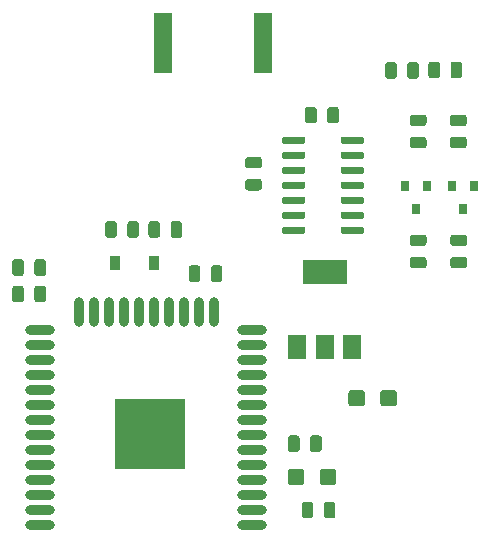
<source format=gtp>
G04 #@! TF.GenerationSoftware,KiCad,Pcbnew,(5.1.5-0-10_14)*
G04 #@! TF.CreationDate,2020-12-13T17:31:02+01:00*
G04 #@! TF.ProjectId,ithowifi,6974686f-7769-4666-992e-6b696361645f,rev?*
G04 #@! TF.SameCoordinates,Original*
G04 #@! TF.FileFunction,Paste,Top*
G04 #@! TF.FilePolarity,Positive*
%FSLAX46Y46*%
G04 Gerber Fmt 4.6, Leading zero omitted, Abs format (unit mm)*
G04 Created by KiCad (PCBNEW (5.1.5-0-10_14)) date 2020-12-13 17:31:02*
%MOMM*%
%LPD*%
G04 APERTURE LIST*
%ADD10C,0.100000*%
%ADD11R,1.500000X2.000000*%
%ADD12R,3.800000X2.000000*%
%ADD13O,2.500000X0.900000*%
%ADD14O,0.900000X2.500000*%
%ADD15R,6.000000X6.000000*%
%ADD16R,0.900000X1.200000*%
%ADD17R,1.500000X5.080000*%
%ADD18R,0.800000X0.900000*%
G04 APERTURE END LIST*
D10*
G36*
X102070842Y-126656774D02*
G01*
X102094503Y-126660284D01*
X102117707Y-126666096D01*
X102140229Y-126674154D01*
X102161853Y-126684382D01*
X102182370Y-126696679D01*
X102201583Y-126710929D01*
X102219307Y-126726993D01*
X102235371Y-126744717D01*
X102249621Y-126763930D01*
X102261918Y-126784447D01*
X102272146Y-126806071D01*
X102280204Y-126828593D01*
X102286016Y-126851797D01*
X102289526Y-126875458D01*
X102290700Y-126899350D01*
X102290700Y-127811850D01*
X102289526Y-127835742D01*
X102286016Y-127859403D01*
X102280204Y-127882607D01*
X102272146Y-127905129D01*
X102261918Y-127926753D01*
X102249621Y-127947270D01*
X102235371Y-127966483D01*
X102219307Y-127984207D01*
X102201583Y-128000271D01*
X102182370Y-128014521D01*
X102161853Y-128026818D01*
X102140229Y-128037046D01*
X102117707Y-128045104D01*
X102094503Y-128050916D01*
X102070842Y-128054426D01*
X102046950Y-128055600D01*
X101559450Y-128055600D01*
X101535558Y-128054426D01*
X101511897Y-128050916D01*
X101488693Y-128045104D01*
X101466171Y-128037046D01*
X101444547Y-128026818D01*
X101424030Y-128014521D01*
X101404817Y-128000271D01*
X101387093Y-127984207D01*
X101371029Y-127966483D01*
X101356779Y-127947270D01*
X101344482Y-127926753D01*
X101334254Y-127905129D01*
X101326196Y-127882607D01*
X101320384Y-127859403D01*
X101316874Y-127835742D01*
X101315700Y-127811850D01*
X101315700Y-126899350D01*
X101316874Y-126875458D01*
X101320384Y-126851797D01*
X101326196Y-126828593D01*
X101334254Y-126806071D01*
X101344482Y-126784447D01*
X101356779Y-126763930D01*
X101371029Y-126744717D01*
X101387093Y-126726993D01*
X101404817Y-126710929D01*
X101424030Y-126696679D01*
X101444547Y-126684382D01*
X101466171Y-126674154D01*
X101488693Y-126666096D01*
X101511897Y-126660284D01*
X101535558Y-126656774D01*
X101559450Y-126655600D01*
X102046950Y-126655600D01*
X102070842Y-126656774D01*
G37*
G36*
X100195842Y-126656774D02*
G01*
X100219503Y-126660284D01*
X100242707Y-126666096D01*
X100265229Y-126674154D01*
X100286853Y-126684382D01*
X100307370Y-126696679D01*
X100326583Y-126710929D01*
X100344307Y-126726993D01*
X100360371Y-126744717D01*
X100374621Y-126763930D01*
X100386918Y-126784447D01*
X100397146Y-126806071D01*
X100405204Y-126828593D01*
X100411016Y-126851797D01*
X100414526Y-126875458D01*
X100415700Y-126899350D01*
X100415700Y-127811850D01*
X100414526Y-127835742D01*
X100411016Y-127859403D01*
X100405204Y-127882607D01*
X100397146Y-127905129D01*
X100386918Y-127926753D01*
X100374621Y-127947270D01*
X100360371Y-127966483D01*
X100344307Y-127984207D01*
X100326583Y-128000271D01*
X100307370Y-128014521D01*
X100286853Y-128026818D01*
X100265229Y-128037046D01*
X100242707Y-128045104D01*
X100219503Y-128050916D01*
X100195842Y-128054426D01*
X100171950Y-128055600D01*
X99684450Y-128055600D01*
X99660558Y-128054426D01*
X99636897Y-128050916D01*
X99613693Y-128045104D01*
X99591171Y-128037046D01*
X99569547Y-128026818D01*
X99549030Y-128014521D01*
X99529817Y-128000271D01*
X99512093Y-127984207D01*
X99496029Y-127966483D01*
X99481779Y-127947270D01*
X99469482Y-127926753D01*
X99459254Y-127905129D01*
X99451196Y-127882607D01*
X99445384Y-127859403D01*
X99441874Y-127835742D01*
X99440700Y-127811850D01*
X99440700Y-126899350D01*
X99441874Y-126875458D01*
X99445384Y-126851797D01*
X99451196Y-126828593D01*
X99459254Y-126806071D01*
X99469482Y-126784447D01*
X99481779Y-126763930D01*
X99496029Y-126744717D01*
X99512093Y-126726993D01*
X99529817Y-126710929D01*
X99549030Y-126696679D01*
X99569547Y-126684382D01*
X99591171Y-126674154D01*
X99613693Y-126666096D01*
X99636897Y-126660284D01*
X99660558Y-126656774D01*
X99684450Y-126655600D01*
X100171950Y-126655600D01*
X100195842Y-126656774D01*
G37*
G36*
X114132705Y-137222804D02*
G01*
X114156973Y-137226404D01*
X114180772Y-137232365D01*
X114203871Y-137240630D01*
X114226050Y-137251120D01*
X114247093Y-137263732D01*
X114266799Y-137278347D01*
X114284977Y-137294823D01*
X114301453Y-137313001D01*
X114316068Y-137332707D01*
X114328680Y-137353750D01*
X114339170Y-137375929D01*
X114347435Y-137399028D01*
X114353396Y-137422827D01*
X114356996Y-137447095D01*
X114358200Y-137471599D01*
X114358200Y-138321601D01*
X114356996Y-138346105D01*
X114353396Y-138370373D01*
X114347435Y-138394172D01*
X114339170Y-138417271D01*
X114328680Y-138439450D01*
X114316068Y-138460493D01*
X114301453Y-138480199D01*
X114284977Y-138498377D01*
X114266799Y-138514853D01*
X114247093Y-138529468D01*
X114226050Y-138542080D01*
X114203871Y-138552570D01*
X114180772Y-138560835D01*
X114156973Y-138566796D01*
X114132705Y-138570396D01*
X114108201Y-138571600D01*
X113208199Y-138571600D01*
X113183695Y-138570396D01*
X113159427Y-138566796D01*
X113135628Y-138560835D01*
X113112529Y-138552570D01*
X113090350Y-138542080D01*
X113069307Y-138529468D01*
X113049601Y-138514853D01*
X113031423Y-138498377D01*
X113014947Y-138480199D01*
X113000332Y-138460493D01*
X112987720Y-138439450D01*
X112977230Y-138417271D01*
X112968965Y-138394172D01*
X112963004Y-138370373D01*
X112959404Y-138346105D01*
X112958200Y-138321601D01*
X112958200Y-137471599D01*
X112959404Y-137447095D01*
X112963004Y-137422827D01*
X112968965Y-137399028D01*
X112977230Y-137375929D01*
X112987720Y-137353750D01*
X113000332Y-137332707D01*
X113014947Y-137313001D01*
X113031423Y-137294823D01*
X113049601Y-137278347D01*
X113069307Y-137263732D01*
X113090350Y-137251120D01*
X113112529Y-137240630D01*
X113135628Y-137232365D01*
X113159427Y-137226404D01*
X113183695Y-137222804D01*
X113208199Y-137221600D01*
X114108201Y-137221600D01*
X114132705Y-137222804D01*
G37*
G36*
X116832705Y-137222804D02*
G01*
X116856973Y-137226404D01*
X116880772Y-137232365D01*
X116903871Y-137240630D01*
X116926050Y-137251120D01*
X116947093Y-137263732D01*
X116966799Y-137278347D01*
X116984977Y-137294823D01*
X117001453Y-137313001D01*
X117016068Y-137332707D01*
X117028680Y-137353750D01*
X117039170Y-137375929D01*
X117047435Y-137399028D01*
X117053396Y-137422827D01*
X117056996Y-137447095D01*
X117058200Y-137471599D01*
X117058200Y-138321601D01*
X117056996Y-138346105D01*
X117053396Y-138370373D01*
X117047435Y-138394172D01*
X117039170Y-138417271D01*
X117028680Y-138439450D01*
X117016068Y-138460493D01*
X117001453Y-138480199D01*
X116984977Y-138498377D01*
X116966799Y-138514853D01*
X116947093Y-138529468D01*
X116926050Y-138542080D01*
X116903871Y-138552570D01*
X116880772Y-138560835D01*
X116856973Y-138566796D01*
X116832705Y-138570396D01*
X116808201Y-138571600D01*
X115908199Y-138571600D01*
X115883695Y-138570396D01*
X115859427Y-138566796D01*
X115835628Y-138560835D01*
X115812529Y-138552570D01*
X115790350Y-138542080D01*
X115769307Y-138529468D01*
X115749601Y-138514853D01*
X115731423Y-138498377D01*
X115714947Y-138480199D01*
X115700332Y-138460493D01*
X115687720Y-138439450D01*
X115677230Y-138417271D01*
X115668965Y-138394172D01*
X115663004Y-138370373D01*
X115659404Y-138346105D01*
X115658200Y-138321601D01*
X115658200Y-137471599D01*
X115659404Y-137447095D01*
X115663004Y-137422827D01*
X115668965Y-137399028D01*
X115677230Y-137375929D01*
X115687720Y-137353750D01*
X115700332Y-137332707D01*
X115714947Y-137313001D01*
X115731423Y-137294823D01*
X115749601Y-137278347D01*
X115769307Y-137263732D01*
X115790350Y-137251120D01*
X115812529Y-137240630D01*
X115835628Y-137232365D01*
X115859427Y-137226404D01*
X115883695Y-137222804D01*
X115908199Y-137221600D01*
X116808201Y-137221600D01*
X116832705Y-137222804D01*
G37*
G36*
X111704905Y-143903004D02*
G01*
X111729173Y-143906604D01*
X111752972Y-143912565D01*
X111776071Y-143920830D01*
X111798250Y-143931320D01*
X111819293Y-143943932D01*
X111838999Y-143958547D01*
X111857177Y-143975023D01*
X111873653Y-143993201D01*
X111888268Y-144012907D01*
X111900880Y-144033950D01*
X111911370Y-144056129D01*
X111919635Y-144079228D01*
X111925596Y-144103027D01*
X111929196Y-144127295D01*
X111930400Y-144151799D01*
X111930400Y-145001801D01*
X111929196Y-145026305D01*
X111925596Y-145050573D01*
X111919635Y-145074372D01*
X111911370Y-145097471D01*
X111900880Y-145119650D01*
X111888268Y-145140693D01*
X111873653Y-145160399D01*
X111857177Y-145178577D01*
X111838999Y-145195053D01*
X111819293Y-145209668D01*
X111798250Y-145222280D01*
X111776071Y-145232770D01*
X111752972Y-145241035D01*
X111729173Y-145246996D01*
X111704905Y-145250596D01*
X111680401Y-145251800D01*
X110780399Y-145251800D01*
X110755895Y-145250596D01*
X110731627Y-145246996D01*
X110707828Y-145241035D01*
X110684729Y-145232770D01*
X110662550Y-145222280D01*
X110641507Y-145209668D01*
X110621801Y-145195053D01*
X110603623Y-145178577D01*
X110587147Y-145160399D01*
X110572532Y-145140693D01*
X110559920Y-145119650D01*
X110549430Y-145097471D01*
X110541165Y-145074372D01*
X110535204Y-145050573D01*
X110531604Y-145026305D01*
X110530400Y-145001801D01*
X110530400Y-144151799D01*
X110531604Y-144127295D01*
X110535204Y-144103027D01*
X110541165Y-144079228D01*
X110549430Y-144056129D01*
X110559920Y-144033950D01*
X110572532Y-144012907D01*
X110587147Y-143993201D01*
X110603623Y-143975023D01*
X110621801Y-143958547D01*
X110641507Y-143943932D01*
X110662550Y-143931320D01*
X110684729Y-143920830D01*
X110707828Y-143912565D01*
X110731627Y-143906604D01*
X110755895Y-143903004D01*
X110780399Y-143901800D01*
X111680401Y-143901800D01*
X111704905Y-143903004D01*
G37*
G36*
X109004905Y-143903004D02*
G01*
X109029173Y-143906604D01*
X109052972Y-143912565D01*
X109076071Y-143920830D01*
X109098250Y-143931320D01*
X109119293Y-143943932D01*
X109138999Y-143958547D01*
X109157177Y-143975023D01*
X109173653Y-143993201D01*
X109188268Y-144012907D01*
X109200880Y-144033950D01*
X109211370Y-144056129D01*
X109219635Y-144079228D01*
X109225596Y-144103027D01*
X109229196Y-144127295D01*
X109230400Y-144151799D01*
X109230400Y-145001801D01*
X109229196Y-145026305D01*
X109225596Y-145050573D01*
X109219635Y-145074372D01*
X109211370Y-145097471D01*
X109200880Y-145119650D01*
X109188268Y-145140693D01*
X109173653Y-145160399D01*
X109157177Y-145178577D01*
X109138999Y-145195053D01*
X109119293Y-145209668D01*
X109098250Y-145222280D01*
X109076071Y-145232770D01*
X109052972Y-145241035D01*
X109029173Y-145246996D01*
X109004905Y-145250596D01*
X108980401Y-145251800D01*
X108080399Y-145251800D01*
X108055895Y-145250596D01*
X108031627Y-145246996D01*
X108007828Y-145241035D01*
X107984729Y-145232770D01*
X107962550Y-145222280D01*
X107941507Y-145209668D01*
X107921801Y-145195053D01*
X107903623Y-145178577D01*
X107887147Y-145160399D01*
X107872532Y-145140693D01*
X107859920Y-145119650D01*
X107849430Y-145097471D01*
X107841165Y-145074372D01*
X107835204Y-145050573D01*
X107831604Y-145026305D01*
X107830400Y-145001801D01*
X107830400Y-144151799D01*
X107831604Y-144127295D01*
X107835204Y-144103027D01*
X107841165Y-144079228D01*
X107849430Y-144056129D01*
X107859920Y-144033950D01*
X107872532Y-144012907D01*
X107887147Y-143993201D01*
X107903623Y-143975023D01*
X107921801Y-143958547D01*
X107941507Y-143943932D01*
X107962550Y-143931320D01*
X107984729Y-143920830D01*
X108007828Y-143912565D01*
X108031627Y-143906604D01*
X108055895Y-143903004D01*
X108080399Y-143901800D01*
X108980401Y-143901800D01*
X109004905Y-143903004D01*
G37*
G36*
X85256042Y-128383974D02*
G01*
X85279703Y-128387484D01*
X85302907Y-128393296D01*
X85325429Y-128401354D01*
X85347053Y-128411582D01*
X85367570Y-128423879D01*
X85386783Y-128438129D01*
X85404507Y-128454193D01*
X85420571Y-128471917D01*
X85434821Y-128491130D01*
X85447118Y-128511647D01*
X85457346Y-128533271D01*
X85465404Y-128555793D01*
X85471216Y-128578997D01*
X85474726Y-128602658D01*
X85475900Y-128626550D01*
X85475900Y-129539050D01*
X85474726Y-129562942D01*
X85471216Y-129586603D01*
X85465404Y-129609807D01*
X85457346Y-129632329D01*
X85447118Y-129653953D01*
X85434821Y-129674470D01*
X85420571Y-129693683D01*
X85404507Y-129711407D01*
X85386783Y-129727471D01*
X85367570Y-129741721D01*
X85347053Y-129754018D01*
X85325429Y-129764246D01*
X85302907Y-129772304D01*
X85279703Y-129778116D01*
X85256042Y-129781626D01*
X85232150Y-129782800D01*
X84744650Y-129782800D01*
X84720758Y-129781626D01*
X84697097Y-129778116D01*
X84673893Y-129772304D01*
X84651371Y-129764246D01*
X84629747Y-129754018D01*
X84609230Y-129741721D01*
X84590017Y-129727471D01*
X84572293Y-129711407D01*
X84556229Y-129693683D01*
X84541979Y-129674470D01*
X84529682Y-129653953D01*
X84519454Y-129632329D01*
X84511396Y-129609807D01*
X84505584Y-129586603D01*
X84502074Y-129562942D01*
X84500900Y-129539050D01*
X84500900Y-128626550D01*
X84502074Y-128602658D01*
X84505584Y-128578997D01*
X84511396Y-128555793D01*
X84519454Y-128533271D01*
X84529682Y-128511647D01*
X84541979Y-128491130D01*
X84556229Y-128471917D01*
X84572293Y-128454193D01*
X84590017Y-128438129D01*
X84609230Y-128423879D01*
X84629747Y-128411582D01*
X84651371Y-128401354D01*
X84673893Y-128393296D01*
X84697097Y-128387484D01*
X84720758Y-128383974D01*
X84744650Y-128382800D01*
X85232150Y-128382800D01*
X85256042Y-128383974D01*
G37*
G36*
X87131042Y-128383974D02*
G01*
X87154703Y-128387484D01*
X87177907Y-128393296D01*
X87200429Y-128401354D01*
X87222053Y-128411582D01*
X87242570Y-128423879D01*
X87261783Y-128438129D01*
X87279507Y-128454193D01*
X87295571Y-128471917D01*
X87309821Y-128491130D01*
X87322118Y-128511647D01*
X87332346Y-128533271D01*
X87340404Y-128555793D01*
X87346216Y-128578997D01*
X87349726Y-128602658D01*
X87350900Y-128626550D01*
X87350900Y-129539050D01*
X87349726Y-129562942D01*
X87346216Y-129586603D01*
X87340404Y-129609807D01*
X87332346Y-129632329D01*
X87322118Y-129653953D01*
X87309821Y-129674470D01*
X87295571Y-129693683D01*
X87279507Y-129711407D01*
X87261783Y-129727471D01*
X87242570Y-129741721D01*
X87222053Y-129754018D01*
X87200429Y-129764246D01*
X87177907Y-129772304D01*
X87154703Y-129778116D01*
X87131042Y-129781626D01*
X87107150Y-129782800D01*
X86619650Y-129782800D01*
X86595758Y-129781626D01*
X86572097Y-129778116D01*
X86548893Y-129772304D01*
X86526371Y-129764246D01*
X86504747Y-129754018D01*
X86484230Y-129741721D01*
X86465017Y-129727471D01*
X86447293Y-129711407D01*
X86431229Y-129693683D01*
X86416979Y-129674470D01*
X86404682Y-129653953D01*
X86394454Y-129632329D01*
X86386396Y-129609807D01*
X86380584Y-129586603D01*
X86377074Y-129562942D01*
X86375900Y-129539050D01*
X86375900Y-128626550D01*
X86377074Y-128602658D01*
X86380584Y-128578997D01*
X86386396Y-128555793D01*
X86394454Y-128533271D01*
X86404682Y-128511647D01*
X86416979Y-128491130D01*
X86431229Y-128471917D01*
X86447293Y-128454193D01*
X86465017Y-128438129D01*
X86484230Y-128423879D01*
X86504747Y-128411582D01*
X86526371Y-128401354D01*
X86548893Y-128393296D01*
X86572097Y-128387484D01*
X86595758Y-128383974D01*
X86619650Y-128382800D01*
X87107150Y-128382800D01*
X87131042Y-128383974D01*
G37*
G36*
X85256042Y-126148774D02*
G01*
X85279703Y-126152284D01*
X85302907Y-126158096D01*
X85325429Y-126166154D01*
X85347053Y-126176382D01*
X85367570Y-126188679D01*
X85386783Y-126202929D01*
X85404507Y-126218993D01*
X85420571Y-126236717D01*
X85434821Y-126255930D01*
X85447118Y-126276447D01*
X85457346Y-126298071D01*
X85465404Y-126320593D01*
X85471216Y-126343797D01*
X85474726Y-126367458D01*
X85475900Y-126391350D01*
X85475900Y-127303850D01*
X85474726Y-127327742D01*
X85471216Y-127351403D01*
X85465404Y-127374607D01*
X85457346Y-127397129D01*
X85447118Y-127418753D01*
X85434821Y-127439270D01*
X85420571Y-127458483D01*
X85404507Y-127476207D01*
X85386783Y-127492271D01*
X85367570Y-127506521D01*
X85347053Y-127518818D01*
X85325429Y-127529046D01*
X85302907Y-127537104D01*
X85279703Y-127542916D01*
X85256042Y-127546426D01*
X85232150Y-127547600D01*
X84744650Y-127547600D01*
X84720758Y-127546426D01*
X84697097Y-127542916D01*
X84673893Y-127537104D01*
X84651371Y-127529046D01*
X84629747Y-127518818D01*
X84609230Y-127506521D01*
X84590017Y-127492271D01*
X84572293Y-127476207D01*
X84556229Y-127458483D01*
X84541979Y-127439270D01*
X84529682Y-127418753D01*
X84519454Y-127397129D01*
X84511396Y-127374607D01*
X84505584Y-127351403D01*
X84502074Y-127327742D01*
X84500900Y-127303850D01*
X84500900Y-126391350D01*
X84502074Y-126367458D01*
X84505584Y-126343797D01*
X84511396Y-126320593D01*
X84519454Y-126298071D01*
X84529682Y-126276447D01*
X84541979Y-126255930D01*
X84556229Y-126236717D01*
X84572293Y-126218993D01*
X84590017Y-126202929D01*
X84609230Y-126188679D01*
X84629747Y-126176382D01*
X84651371Y-126166154D01*
X84673893Y-126158096D01*
X84697097Y-126152284D01*
X84720758Y-126148774D01*
X84744650Y-126147600D01*
X85232150Y-126147600D01*
X85256042Y-126148774D01*
G37*
G36*
X87131042Y-126148774D02*
G01*
X87154703Y-126152284D01*
X87177907Y-126158096D01*
X87200429Y-126166154D01*
X87222053Y-126176382D01*
X87242570Y-126188679D01*
X87261783Y-126202929D01*
X87279507Y-126218993D01*
X87295571Y-126236717D01*
X87309821Y-126255930D01*
X87322118Y-126276447D01*
X87332346Y-126298071D01*
X87340404Y-126320593D01*
X87346216Y-126343797D01*
X87349726Y-126367458D01*
X87350900Y-126391350D01*
X87350900Y-127303850D01*
X87349726Y-127327742D01*
X87346216Y-127351403D01*
X87340404Y-127374607D01*
X87332346Y-127397129D01*
X87322118Y-127418753D01*
X87309821Y-127439270D01*
X87295571Y-127458483D01*
X87279507Y-127476207D01*
X87261783Y-127492271D01*
X87242570Y-127506521D01*
X87222053Y-127518818D01*
X87200429Y-127529046D01*
X87177907Y-127537104D01*
X87154703Y-127542916D01*
X87131042Y-127546426D01*
X87107150Y-127547600D01*
X86619650Y-127547600D01*
X86595758Y-127546426D01*
X86572097Y-127542916D01*
X86548893Y-127537104D01*
X86526371Y-127529046D01*
X86504747Y-127518818D01*
X86484230Y-127506521D01*
X86465017Y-127492271D01*
X86447293Y-127476207D01*
X86431229Y-127458483D01*
X86416979Y-127439270D01*
X86404682Y-127418753D01*
X86394454Y-127397129D01*
X86386396Y-127374607D01*
X86380584Y-127351403D01*
X86377074Y-127327742D01*
X86375900Y-127303850D01*
X86375900Y-126391350D01*
X86377074Y-126367458D01*
X86380584Y-126343797D01*
X86386396Y-126320593D01*
X86394454Y-126298071D01*
X86404682Y-126276447D01*
X86416979Y-126255930D01*
X86431229Y-126236717D01*
X86447293Y-126218993D01*
X86465017Y-126202929D01*
X86484230Y-126188679D01*
X86504747Y-126176382D01*
X86526371Y-126166154D01*
X86548893Y-126158096D01*
X86572097Y-126152284D01*
X86595758Y-126148774D01*
X86619650Y-126147600D01*
X87107150Y-126147600D01*
X87131042Y-126148774D01*
G37*
D11*
X108647200Y-133553600D03*
X113247200Y-133553600D03*
X110947200Y-133553600D03*
D12*
X110947200Y-127253600D03*
D13*
X86839000Y-148619200D03*
X86839000Y-147349200D03*
X86839000Y-146079200D03*
X86839000Y-144809200D03*
X86839000Y-143539200D03*
X86839000Y-142269200D03*
X86839000Y-140999200D03*
X86839000Y-139729200D03*
X86839000Y-138459200D03*
X86839000Y-137189200D03*
X86839000Y-135919200D03*
X86839000Y-134649200D03*
X86839000Y-133379200D03*
X86839000Y-132109200D03*
D14*
X90124000Y-130619200D03*
X91394000Y-130619200D03*
X92664000Y-130619200D03*
X93934000Y-130619200D03*
X95204000Y-130619200D03*
X96474000Y-130619200D03*
X97744000Y-130619200D03*
X99014000Y-130619200D03*
X100284000Y-130619200D03*
X101554000Y-130619200D03*
D13*
X104839000Y-132109200D03*
X104839000Y-133379200D03*
X104839000Y-134649200D03*
X104839000Y-135919200D03*
X104839000Y-137189200D03*
X104839000Y-138459200D03*
X104839000Y-139729200D03*
X104839000Y-140999200D03*
X104839000Y-142269200D03*
X104839000Y-143539200D03*
X104839000Y-144809200D03*
X104839000Y-146079200D03*
X104839000Y-147349200D03*
X104839000Y-148619200D03*
D15*
X96139000Y-140919200D03*
D10*
G36*
X95005042Y-122922974D02*
G01*
X95028703Y-122926484D01*
X95051907Y-122932296D01*
X95074429Y-122940354D01*
X95096053Y-122950582D01*
X95116570Y-122962879D01*
X95135783Y-122977129D01*
X95153507Y-122993193D01*
X95169571Y-123010917D01*
X95183821Y-123030130D01*
X95196118Y-123050647D01*
X95206346Y-123072271D01*
X95214404Y-123094793D01*
X95220216Y-123117997D01*
X95223726Y-123141658D01*
X95224900Y-123165550D01*
X95224900Y-124078050D01*
X95223726Y-124101942D01*
X95220216Y-124125603D01*
X95214404Y-124148807D01*
X95206346Y-124171329D01*
X95196118Y-124192953D01*
X95183821Y-124213470D01*
X95169571Y-124232683D01*
X95153507Y-124250407D01*
X95135783Y-124266471D01*
X95116570Y-124280721D01*
X95096053Y-124293018D01*
X95074429Y-124303246D01*
X95051907Y-124311304D01*
X95028703Y-124317116D01*
X95005042Y-124320626D01*
X94981150Y-124321800D01*
X94493650Y-124321800D01*
X94469758Y-124320626D01*
X94446097Y-124317116D01*
X94422893Y-124311304D01*
X94400371Y-124303246D01*
X94378747Y-124293018D01*
X94358230Y-124280721D01*
X94339017Y-124266471D01*
X94321293Y-124250407D01*
X94305229Y-124232683D01*
X94290979Y-124213470D01*
X94278682Y-124192953D01*
X94268454Y-124171329D01*
X94260396Y-124148807D01*
X94254584Y-124125603D01*
X94251074Y-124101942D01*
X94249900Y-124078050D01*
X94249900Y-123165550D01*
X94251074Y-123141658D01*
X94254584Y-123117997D01*
X94260396Y-123094793D01*
X94268454Y-123072271D01*
X94278682Y-123050647D01*
X94290979Y-123030130D01*
X94305229Y-123010917D01*
X94321293Y-122993193D01*
X94339017Y-122977129D01*
X94358230Y-122962879D01*
X94378747Y-122950582D01*
X94400371Y-122940354D01*
X94422893Y-122932296D01*
X94446097Y-122926484D01*
X94469758Y-122922974D01*
X94493650Y-122921800D01*
X94981150Y-122921800D01*
X95005042Y-122922974D01*
G37*
G36*
X93130042Y-122922974D02*
G01*
X93153703Y-122926484D01*
X93176907Y-122932296D01*
X93199429Y-122940354D01*
X93221053Y-122950582D01*
X93241570Y-122962879D01*
X93260783Y-122977129D01*
X93278507Y-122993193D01*
X93294571Y-123010917D01*
X93308821Y-123030130D01*
X93321118Y-123050647D01*
X93331346Y-123072271D01*
X93339404Y-123094793D01*
X93345216Y-123117997D01*
X93348726Y-123141658D01*
X93349900Y-123165550D01*
X93349900Y-124078050D01*
X93348726Y-124101942D01*
X93345216Y-124125603D01*
X93339404Y-124148807D01*
X93331346Y-124171329D01*
X93321118Y-124192953D01*
X93308821Y-124213470D01*
X93294571Y-124232683D01*
X93278507Y-124250407D01*
X93260783Y-124266471D01*
X93241570Y-124280721D01*
X93221053Y-124293018D01*
X93199429Y-124303246D01*
X93176907Y-124311304D01*
X93153703Y-124317116D01*
X93130042Y-124320626D01*
X93106150Y-124321800D01*
X92618650Y-124321800D01*
X92594758Y-124320626D01*
X92571097Y-124317116D01*
X92547893Y-124311304D01*
X92525371Y-124303246D01*
X92503747Y-124293018D01*
X92483230Y-124280721D01*
X92464017Y-124266471D01*
X92446293Y-124250407D01*
X92430229Y-124232683D01*
X92415979Y-124213470D01*
X92403682Y-124192953D01*
X92393454Y-124171329D01*
X92385396Y-124148807D01*
X92379584Y-124125603D01*
X92376074Y-124101942D01*
X92374900Y-124078050D01*
X92374900Y-123165550D01*
X92376074Y-123141658D01*
X92379584Y-123117997D01*
X92385396Y-123094793D01*
X92393454Y-123072271D01*
X92403682Y-123050647D01*
X92415979Y-123030130D01*
X92430229Y-123010917D01*
X92446293Y-122993193D01*
X92464017Y-122977129D01*
X92483230Y-122962879D01*
X92503747Y-122950582D01*
X92525371Y-122940354D01*
X92547893Y-122932296D01*
X92571097Y-122926484D01*
X92594758Y-122922974D01*
X92618650Y-122921800D01*
X93106150Y-122921800D01*
X93130042Y-122922974D01*
G37*
G36*
X110475942Y-141058574D02*
G01*
X110499603Y-141062084D01*
X110522807Y-141067896D01*
X110545329Y-141075954D01*
X110566953Y-141086182D01*
X110587470Y-141098479D01*
X110606683Y-141112729D01*
X110624407Y-141128793D01*
X110640471Y-141146517D01*
X110654721Y-141165730D01*
X110667018Y-141186247D01*
X110677246Y-141207871D01*
X110685304Y-141230393D01*
X110691116Y-141253597D01*
X110694626Y-141277258D01*
X110695800Y-141301150D01*
X110695800Y-142213650D01*
X110694626Y-142237542D01*
X110691116Y-142261203D01*
X110685304Y-142284407D01*
X110677246Y-142306929D01*
X110667018Y-142328553D01*
X110654721Y-142349070D01*
X110640471Y-142368283D01*
X110624407Y-142386007D01*
X110606683Y-142402071D01*
X110587470Y-142416321D01*
X110566953Y-142428618D01*
X110545329Y-142438846D01*
X110522807Y-142446904D01*
X110499603Y-142452716D01*
X110475942Y-142456226D01*
X110452050Y-142457400D01*
X109964550Y-142457400D01*
X109940658Y-142456226D01*
X109916997Y-142452716D01*
X109893793Y-142446904D01*
X109871271Y-142438846D01*
X109849647Y-142428618D01*
X109829130Y-142416321D01*
X109809917Y-142402071D01*
X109792193Y-142386007D01*
X109776129Y-142368283D01*
X109761879Y-142349070D01*
X109749582Y-142328553D01*
X109739354Y-142306929D01*
X109731296Y-142284407D01*
X109725484Y-142261203D01*
X109721974Y-142237542D01*
X109720800Y-142213650D01*
X109720800Y-141301150D01*
X109721974Y-141277258D01*
X109725484Y-141253597D01*
X109731296Y-141230393D01*
X109739354Y-141207871D01*
X109749582Y-141186247D01*
X109761879Y-141165730D01*
X109776129Y-141146517D01*
X109792193Y-141128793D01*
X109809917Y-141112729D01*
X109829130Y-141098479D01*
X109849647Y-141086182D01*
X109871271Y-141075954D01*
X109893793Y-141067896D01*
X109916997Y-141062084D01*
X109940658Y-141058574D01*
X109964550Y-141057400D01*
X110452050Y-141057400D01*
X110475942Y-141058574D01*
G37*
G36*
X108600942Y-141058574D02*
G01*
X108624603Y-141062084D01*
X108647807Y-141067896D01*
X108670329Y-141075954D01*
X108691953Y-141086182D01*
X108712470Y-141098479D01*
X108731683Y-141112729D01*
X108749407Y-141128793D01*
X108765471Y-141146517D01*
X108779721Y-141165730D01*
X108792018Y-141186247D01*
X108802246Y-141207871D01*
X108810304Y-141230393D01*
X108816116Y-141253597D01*
X108819626Y-141277258D01*
X108820800Y-141301150D01*
X108820800Y-142213650D01*
X108819626Y-142237542D01*
X108816116Y-142261203D01*
X108810304Y-142284407D01*
X108802246Y-142306929D01*
X108792018Y-142328553D01*
X108779721Y-142349070D01*
X108765471Y-142368283D01*
X108749407Y-142386007D01*
X108731683Y-142402071D01*
X108712470Y-142416321D01*
X108691953Y-142428618D01*
X108670329Y-142438846D01*
X108647807Y-142446904D01*
X108624603Y-142452716D01*
X108600942Y-142456226D01*
X108577050Y-142457400D01*
X108089550Y-142457400D01*
X108065658Y-142456226D01*
X108041997Y-142452716D01*
X108018793Y-142446904D01*
X107996271Y-142438846D01*
X107974647Y-142428618D01*
X107954130Y-142416321D01*
X107934917Y-142402071D01*
X107917193Y-142386007D01*
X107901129Y-142368283D01*
X107886879Y-142349070D01*
X107874582Y-142328553D01*
X107864354Y-142306929D01*
X107856296Y-142284407D01*
X107850484Y-142261203D01*
X107846974Y-142237542D01*
X107845800Y-142213650D01*
X107845800Y-141301150D01*
X107846974Y-141277258D01*
X107850484Y-141253597D01*
X107856296Y-141230393D01*
X107864354Y-141207871D01*
X107874582Y-141186247D01*
X107886879Y-141165730D01*
X107901129Y-141146517D01*
X107917193Y-141128793D01*
X107934917Y-141112729D01*
X107954130Y-141098479D01*
X107974647Y-141086182D01*
X107996271Y-141075954D01*
X108018793Y-141067896D01*
X108041997Y-141062084D01*
X108065658Y-141058574D01*
X108089550Y-141057400D01*
X108577050Y-141057400D01*
X108600942Y-141058574D01*
G37*
D16*
X93220000Y-126415800D03*
X96520000Y-126415800D03*
D10*
G36*
X111642042Y-146671974D02*
G01*
X111665703Y-146675484D01*
X111688907Y-146681296D01*
X111711429Y-146689354D01*
X111733053Y-146699582D01*
X111753570Y-146711879D01*
X111772783Y-146726129D01*
X111790507Y-146742193D01*
X111806571Y-146759917D01*
X111820821Y-146779130D01*
X111833118Y-146799647D01*
X111843346Y-146821271D01*
X111851404Y-146843793D01*
X111857216Y-146866997D01*
X111860726Y-146890658D01*
X111861900Y-146914550D01*
X111861900Y-147827050D01*
X111860726Y-147850942D01*
X111857216Y-147874603D01*
X111851404Y-147897807D01*
X111843346Y-147920329D01*
X111833118Y-147941953D01*
X111820821Y-147962470D01*
X111806571Y-147981683D01*
X111790507Y-147999407D01*
X111772783Y-148015471D01*
X111753570Y-148029721D01*
X111733053Y-148042018D01*
X111711429Y-148052246D01*
X111688907Y-148060304D01*
X111665703Y-148066116D01*
X111642042Y-148069626D01*
X111618150Y-148070800D01*
X111130650Y-148070800D01*
X111106758Y-148069626D01*
X111083097Y-148066116D01*
X111059893Y-148060304D01*
X111037371Y-148052246D01*
X111015747Y-148042018D01*
X110995230Y-148029721D01*
X110976017Y-148015471D01*
X110958293Y-147999407D01*
X110942229Y-147981683D01*
X110927979Y-147962470D01*
X110915682Y-147941953D01*
X110905454Y-147920329D01*
X110897396Y-147897807D01*
X110891584Y-147874603D01*
X110888074Y-147850942D01*
X110886900Y-147827050D01*
X110886900Y-146914550D01*
X110888074Y-146890658D01*
X110891584Y-146866997D01*
X110897396Y-146843793D01*
X110905454Y-146821271D01*
X110915682Y-146799647D01*
X110927979Y-146779130D01*
X110942229Y-146759917D01*
X110958293Y-146742193D01*
X110976017Y-146726129D01*
X110995230Y-146711879D01*
X111015747Y-146699582D01*
X111037371Y-146689354D01*
X111059893Y-146681296D01*
X111083097Y-146675484D01*
X111106758Y-146671974D01*
X111130650Y-146670800D01*
X111618150Y-146670800D01*
X111642042Y-146671974D01*
G37*
G36*
X109767042Y-146671974D02*
G01*
X109790703Y-146675484D01*
X109813907Y-146681296D01*
X109836429Y-146689354D01*
X109858053Y-146699582D01*
X109878570Y-146711879D01*
X109897783Y-146726129D01*
X109915507Y-146742193D01*
X109931571Y-146759917D01*
X109945821Y-146779130D01*
X109958118Y-146799647D01*
X109968346Y-146821271D01*
X109976404Y-146843793D01*
X109982216Y-146866997D01*
X109985726Y-146890658D01*
X109986900Y-146914550D01*
X109986900Y-147827050D01*
X109985726Y-147850942D01*
X109982216Y-147874603D01*
X109976404Y-147897807D01*
X109968346Y-147920329D01*
X109958118Y-147941953D01*
X109945821Y-147962470D01*
X109931571Y-147981683D01*
X109915507Y-147999407D01*
X109897783Y-148015471D01*
X109878570Y-148029721D01*
X109858053Y-148042018D01*
X109836429Y-148052246D01*
X109813907Y-148060304D01*
X109790703Y-148066116D01*
X109767042Y-148069626D01*
X109743150Y-148070800D01*
X109255650Y-148070800D01*
X109231758Y-148069626D01*
X109208097Y-148066116D01*
X109184893Y-148060304D01*
X109162371Y-148052246D01*
X109140747Y-148042018D01*
X109120230Y-148029721D01*
X109101017Y-148015471D01*
X109083293Y-147999407D01*
X109067229Y-147981683D01*
X109052979Y-147962470D01*
X109040682Y-147941953D01*
X109030454Y-147920329D01*
X109022396Y-147897807D01*
X109016584Y-147874603D01*
X109013074Y-147850942D01*
X109011900Y-147827050D01*
X109011900Y-146914550D01*
X109013074Y-146890658D01*
X109016584Y-146866997D01*
X109022396Y-146843793D01*
X109030454Y-146821271D01*
X109040682Y-146799647D01*
X109052979Y-146779130D01*
X109067229Y-146759917D01*
X109083293Y-146742193D01*
X109101017Y-146726129D01*
X109120230Y-146711879D01*
X109140747Y-146699582D01*
X109162371Y-146689354D01*
X109184893Y-146681296D01*
X109208097Y-146675484D01*
X109231758Y-146671974D01*
X109255650Y-146670800D01*
X109743150Y-146670800D01*
X109767042Y-146671974D01*
G37*
G36*
X96787642Y-122922974D02*
G01*
X96811303Y-122926484D01*
X96834507Y-122932296D01*
X96857029Y-122940354D01*
X96878653Y-122950582D01*
X96899170Y-122962879D01*
X96918383Y-122977129D01*
X96936107Y-122993193D01*
X96952171Y-123010917D01*
X96966421Y-123030130D01*
X96978718Y-123050647D01*
X96988946Y-123072271D01*
X96997004Y-123094793D01*
X97002816Y-123117997D01*
X97006326Y-123141658D01*
X97007500Y-123165550D01*
X97007500Y-124078050D01*
X97006326Y-124101942D01*
X97002816Y-124125603D01*
X96997004Y-124148807D01*
X96988946Y-124171329D01*
X96978718Y-124192953D01*
X96966421Y-124213470D01*
X96952171Y-124232683D01*
X96936107Y-124250407D01*
X96918383Y-124266471D01*
X96899170Y-124280721D01*
X96878653Y-124293018D01*
X96857029Y-124303246D01*
X96834507Y-124311304D01*
X96811303Y-124317116D01*
X96787642Y-124320626D01*
X96763750Y-124321800D01*
X96276250Y-124321800D01*
X96252358Y-124320626D01*
X96228697Y-124317116D01*
X96205493Y-124311304D01*
X96182971Y-124303246D01*
X96161347Y-124293018D01*
X96140830Y-124280721D01*
X96121617Y-124266471D01*
X96103893Y-124250407D01*
X96087829Y-124232683D01*
X96073579Y-124213470D01*
X96061282Y-124192953D01*
X96051054Y-124171329D01*
X96042996Y-124148807D01*
X96037184Y-124125603D01*
X96033674Y-124101942D01*
X96032500Y-124078050D01*
X96032500Y-123165550D01*
X96033674Y-123141658D01*
X96037184Y-123117997D01*
X96042996Y-123094793D01*
X96051054Y-123072271D01*
X96061282Y-123050647D01*
X96073579Y-123030130D01*
X96087829Y-123010917D01*
X96103893Y-122993193D01*
X96121617Y-122977129D01*
X96140830Y-122962879D01*
X96161347Y-122950582D01*
X96182971Y-122940354D01*
X96205493Y-122932296D01*
X96228697Y-122926484D01*
X96252358Y-122922974D01*
X96276250Y-122921800D01*
X96763750Y-122921800D01*
X96787642Y-122922974D01*
G37*
G36*
X98662642Y-122922974D02*
G01*
X98686303Y-122926484D01*
X98709507Y-122932296D01*
X98732029Y-122940354D01*
X98753653Y-122950582D01*
X98774170Y-122962879D01*
X98793383Y-122977129D01*
X98811107Y-122993193D01*
X98827171Y-123010917D01*
X98841421Y-123030130D01*
X98853718Y-123050647D01*
X98863946Y-123072271D01*
X98872004Y-123094793D01*
X98877816Y-123117997D01*
X98881326Y-123141658D01*
X98882500Y-123165550D01*
X98882500Y-124078050D01*
X98881326Y-124101942D01*
X98877816Y-124125603D01*
X98872004Y-124148807D01*
X98863946Y-124171329D01*
X98853718Y-124192953D01*
X98841421Y-124213470D01*
X98827171Y-124232683D01*
X98811107Y-124250407D01*
X98793383Y-124266471D01*
X98774170Y-124280721D01*
X98753653Y-124293018D01*
X98732029Y-124303246D01*
X98709507Y-124311304D01*
X98686303Y-124317116D01*
X98662642Y-124320626D01*
X98638750Y-124321800D01*
X98151250Y-124321800D01*
X98127358Y-124320626D01*
X98103697Y-124317116D01*
X98080493Y-124311304D01*
X98057971Y-124303246D01*
X98036347Y-124293018D01*
X98015830Y-124280721D01*
X97996617Y-124266471D01*
X97978893Y-124250407D01*
X97962829Y-124232683D01*
X97948579Y-124213470D01*
X97936282Y-124192953D01*
X97926054Y-124171329D01*
X97917996Y-124148807D01*
X97912184Y-124125603D01*
X97908674Y-124101942D01*
X97907500Y-124078050D01*
X97907500Y-123165550D01*
X97908674Y-123141658D01*
X97912184Y-123117997D01*
X97917996Y-123094793D01*
X97926054Y-123072271D01*
X97936282Y-123050647D01*
X97948579Y-123030130D01*
X97962829Y-123010917D01*
X97978893Y-122993193D01*
X97996617Y-122977129D01*
X98015830Y-122962879D01*
X98036347Y-122950582D01*
X98057971Y-122940354D01*
X98080493Y-122932296D01*
X98103697Y-122926484D01*
X98127358Y-122922974D01*
X98151250Y-122921800D01*
X98638750Y-122921800D01*
X98662642Y-122922974D01*
G37*
D17*
X97248400Y-107848400D03*
X105748400Y-107848400D03*
D10*
G36*
X118705542Y-109460974D02*
G01*
X118729203Y-109464484D01*
X118752407Y-109470296D01*
X118774929Y-109478354D01*
X118796553Y-109488582D01*
X118817070Y-109500879D01*
X118836283Y-109515129D01*
X118854007Y-109531193D01*
X118870071Y-109548917D01*
X118884321Y-109568130D01*
X118896618Y-109588647D01*
X118906846Y-109610271D01*
X118914904Y-109632793D01*
X118920716Y-109655997D01*
X118924226Y-109679658D01*
X118925400Y-109703550D01*
X118925400Y-110616050D01*
X118924226Y-110639942D01*
X118920716Y-110663603D01*
X118914904Y-110686807D01*
X118906846Y-110709329D01*
X118896618Y-110730953D01*
X118884321Y-110751470D01*
X118870071Y-110770683D01*
X118854007Y-110788407D01*
X118836283Y-110804471D01*
X118817070Y-110818721D01*
X118796553Y-110831018D01*
X118774929Y-110841246D01*
X118752407Y-110849304D01*
X118729203Y-110855116D01*
X118705542Y-110858626D01*
X118681650Y-110859800D01*
X118194150Y-110859800D01*
X118170258Y-110858626D01*
X118146597Y-110855116D01*
X118123393Y-110849304D01*
X118100871Y-110841246D01*
X118079247Y-110831018D01*
X118058730Y-110818721D01*
X118039517Y-110804471D01*
X118021793Y-110788407D01*
X118005729Y-110770683D01*
X117991479Y-110751470D01*
X117979182Y-110730953D01*
X117968954Y-110709329D01*
X117960896Y-110686807D01*
X117955084Y-110663603D01*
X117951574Y-110639942D01*
X117950400Y-110616050D01*
X117950400Y-109703550D01*
X117951574Y-109679658D01*
X117955084Y-109655997D01*
X117960896Y-109632793D01*
X117968954Y-109610271D01*
X117979182Y-109588647D01*
X117991479Y-109568130D01*
X118005729Y-109548917D01*
X118021793Y-109531193D01*
X118039517Y-109515129D01*
X118058730Y-109500879D01*
X118079247Y-109488582D01*
X118100871Y-109478354D01*
X118123393Y-109470296D01*
X118146597Y-109464484D01*
X118170258Y-109460974D01*
X118194150Y-109459800D01*
X118681650Y-109459800D01*
X118705542Y-109460974D01*
G37*
G36*
X116830542Y-109460974D02*
G01*
X116854203Y-109464484D01*
X116877407Y-109470296D01*
X116899929Y-109478354D01*
X116921553Y-109488582D01*
X116942070Y-109500879D01*
X116961283Y-109515129D01*
X116979007Y-109531193D01*
X116995071Y-109548917D01*
X117009321Y-109568130D01*
X117021618Y-109588647D01*
X117031846Y-109610271D01*
X117039904Y-109632793D01*
X117045716Y-109655997D01*
X117049226Y-109679658D01*
X117050400Y-109703550D01*
X117050400Y-110616050D01*
X117049226Y-110639942D01*
X117045716Y-110663603D01*
X117039904Y-110686807D01*
X117031846Y-110709329D01*
X117021618Y-110730953D01*
X117009321Y-110751470D01*
X116995071Y-110770683D01*
X116979007Y-110788407D01*
X116961283Y-110804471D01*
X116942070Y-110818721D01*
X116921553Y-110831018D01*
X116899929Y-110841246D01*
X116877407Y-110849304D01*
X116854203Y-110855116D01*
X116830542Y-110858626D01*
X116806650Y-110859800D01*
X116319150Y-110859800D01*
X116295258Y-110858626D01*
X116271597Y-110855116D01*
X116248393Y-110849304D01*
X116225871Y-110841246D01*
X116204247Y-110831018D01*
X116183730Y-110818721D01*
X116164517Y-110804471D01*
X116146793Y-110788407D01*
X116130729Y-110770683D01*
X116116479Y-110751470D01*
X116104182Y-110730953D01*
X116093954Y-110709329D01*
X116085896Y-110686807D01*
X116080084Y-110663603D01*
X116076574Y-110639942D01*
X116075400Y-110616050D01*
X116075400Y-109703550D01*
X116076574Y-109679658D01*
X116080084Y-109655997D01*
X116085896Y-109632793D01*
X116093954Y-109610271D01*
X116104182Y-109588647D01*
X116116479Y-109568130D01*
X116130729Y-109548917D01*
X116146793Y-109531193D01*
X116164517Y-109515129D01*
X116183730Y-109500879D01*
X116204247Y-109488582D01*
X116225871Y-109478354D01*
X116248393Y-109470296D01*
X116271597Y-109464484D01*
X116295258Y-109460974D01*
X116319150Y-109459800D01*
X116806650Y-109459800D01*
X116830542Y-109460974D01*
G37*
G36*
X105407542Y-119346274D02*
G01*
X105431203Y-119349784D01*
X105454407Y-119355596D01*
X105476929Y-119363654D01*
X105498553Y-119373882D01*
X105519070Y-119386179D01*
X105538283Y-119400429D01*
X105556007Y-119416493D01*
X105572071Y-119434217D01*
X105586321Y-119453430D01*
X105598618Y-119473947D01*
X105608846Y-119495571D01*
X105616904Y-119518093D01*
X105622716Y-119541297D01*
X105626226Y-119564958D01*
X105627400Y-119588850D01*
X105627400Y-120076350D01*
X105626226Y-120100242D01*
X105622716Y-120123903D01*
X105616904Y-120147107D01*
X105608846Y-120169629D01*
X105598618Y-120191253D01*
X105586321Y-120211770D01*
X105572071Y-120230983D01*
X105556007Y-120248707D01*
X105538283Y-120264771D01*
X105519070Y-120279021D01*
X105498553Y-120291318D01*
X105476929Y-120301546D01*
X105454407Y-120309604D01*
X105431203Y-120315416D01*
X105407542Y-120318926D01*
X105383650Y-120320100D01*
X104471150Y-120320100D01*
X104447258Y-120318926D01*
X104423597Y-120315416D01*
X104400393Y-120309604D01*
X104377871Y-120301546D01*
X104356247Y-120291318D01*
X104335730Y-120279021D01*
X104316517Y-120264771D01*
X104298793Y-120248707D01*
X104282729Y-120230983D01*
X104268479Y-120211770D01*
X104256182Y-120191253D01*
X104245954Y-120169629D01*
X104237896Y-120147107D01*
X104232084Y-120123903D01*
X104228574Y-120100242D01*
X104227400Y-120076350D01*
X104227400Y-119588850D01*
X104228574Y-119564958D01*
X104232084Y-119541297D01*
X104237896Y-119518093D01*
X104245954Y-119495571D01*
X104256182Y-119473947D01*
X104268479Y-119453430D01*
X104282729Y-119434217D01*
X104298793Y-119416493D01*
X104316517Y-119400429D01*
X104335730Y-119386179D01*
X104356247Y-119373882D01*
X104377871Y-119363654D01*
X104400393Y-119355596D01*
X104423597Y-119349784D01*
X104447258Y-119346274D01*
X104471150Y-119345100D01*
X105383650Y-119345100D01*
X105407542Y-119346274D01*
G37*
G36*
X105407542Y-117471274D02*
G01*
X105431203Y-117474784D01*
X105454407Y-117480596D01*
X105476929Y-117488654D01*
X105498553Y-117498882D01*
X105519070Y-117511179D01*
X105538283Y-117525429D01*
X105556007Y-117541493D01*
X105572071Y-117559217D01*
X105586321Y-117578430D01*
X105598618Y-117598947D01*
X105608846Y-117620571D01*
X105616904Y-117643093D01*
X105622716Y-117666297D01*
X105626226Y-117689958D01*
X105627400Y-117713850D01*
X105627400Y-118201350D01*
X105626226Y-118225242D01*
X105622716Y-118248903D01*
X105616904Y-118272107D01*
X105608846Y-118294629D01*
X105598618Y-118316253D01*
X105586321Y-118336770D01*
X105572071Y-118355983D01*
X105556007Y-118373707D01*
X105538283Y-118389771D01*
X105519070Y-118404021D01*
X105498553Y-118416318D01*
X105476929Y-118426546D01*
X105454407Y-118434604D01*
X105431203Y-118440416D01*
X105407542Y-118443926D01*
X105383650Y-118445100D01*
X104471150Y-118445100D01*
X104447258Y-118443926D01*
X104423597Y-118440416D01*
X104400393Y-118434604D01*
X104377871Y-118426546D01*
X104356247Y-118416318D01*
X104335730Y-118404021D01*
X104316517Y-118389771D01*
X104298793Y-118373707D01*
X104282729Y-118355983D01*
X104268479Y-118336770D01*
X104256182Y-118316253D01*
X104245954Y-118294629D01*
X104237896Y-118272107D01*
X104232084Y-118248903D01*
X104228574Y-118225242D01*
X104227400Y-118201350D01*
X104227400Y-117713850D01*
X104228574Y-117689958D01*
X104232084Y-117666297D01*
X104237896Y-117643093D01*
X104245954Y-117620571D01*
X104256182Y-117598947D01*
X104268479Y-117578430D01*
X104282729Y-117559217D01*
X104298793Y-117541493D01*
X104316517Y-117525429D01*
X104335730Y-117511179D01*
X104356247Y-117498882D01*
X104377871Y-117488654D01*
X104400393Y-117480596D01*
X104423597Y-117474784D01*
X104447258Y-117471274D01*
X104471150Y-117470100D01*
X105383650Y-117470100D01*
X105407542Y-117471274D01*
G37*
G36*
X120488142Y-109410174D02*
G01*
X120511803Y-109413684D01*
X120535007Y-109419496D01*
X120557529Y-109427554D01*
X120579153Y-109437782D01*
X120599670Y-109450079D01*
X120618883Y-109464329D01*
X120636607Y-109480393D01*
X120652671Y-109498117D01*
X120666921Y-109517330D01*
X120679218Y-109537847D01*
X120689446Y-109559471D01*
X120697504Y-109581993D01*
X120703316Y-109605197D01*
X120706826Y-109628858D01*
X120708000Y-109652750D01*
X120708000Y-110565250D01*
X120706826Y-110589142D01*
X120703316Y-110612803D01*
X120697504Y-110636007D01*
X120689446Y-110658529D01*
X120679218Y-110680153D01*
X120666921Y-110700670D01*
X120652671Y-110719883D01*
X120636607Y-110737607D01*
X120618883Y-110753671D01*
X120599670Y-110767921D01*
X120579153Y-110780218D01*
X120557529Y-110790446D01*
X120535007Y-110798504D01*
X120511803Y-110804316D01*
X120488142Y-110807826D01*
X120464250Y-110809000D01*
X119976750Y-110809000D01*
X119952858Y-110807826D01*
X119929197Y-110804316D01*
X119905993Y-110798504D01*
X119883471Y-110790446D01*
X119861847Y-110780218D01*
X119841330Y-110767921D01*
X119822117Y-110753671D01*
X119804393Y-110737607D01*
X119788329Y-110719883D01*
X119774079Y-110700670D01*
X119761782Y-110680153D01*
X119751554Y-110658529D01*
X119743496Y-110636007D01*
X119737684Y-110612803D01*
X119734174Y-110589142D01*
X119733000Y-110565250D01*
X119733000Y-109652750D01*
X119734174Y-109628858D01*
X119737684Y-109605197D01*
X119743496Y-109581993D01*
X119751554Y-109559471D01*
X119761782Y-109537847D01*
X119774079Y-109517330D01*
X119788329Y-109498117D01*
X119804393Y-109480393D01*
X119822117Y-109464329D01*
X119841330Y-109450079D01*
X119861847Y-109437782D01*
X119883471Y-109427554D01*
X119905993Y-109419496D01*
X119929197Y-109413684D01*
X119952858Y-109410174D01*
X119976750Y-109409000D01*
X120464250Y-109409000D01*
X120488142Y-109410174D01*
G37*
G36*
X122363142Y-109410174D02*
G01*
X122386803Y-109413684D01*
X122410007Y-109419496D01*
X122432529Y-109427554D01*
X122454153Y-109437782D01*
X122474670Y-109450079D01*
X122493883Y-109464329D01*
X122511607Y-109480393D01*
X122527671Y-109498117D01*
X122541921Y-109517330D01*
X122554218Y-109537847D01*
X122564446Y-109559471D01*
X122572504Y-109581993D01*
X122578316Y-109605197D01*
X122581826Y-109628858D01*
X122583000Y-109652750D01*
X122583000Y-110565250D01*
X122581826Y-110589142D01*
X122578316Y-110612803D01*
X122572504Y-110636007D01*
X122564446Y-110658529D01*
X122554218Y-110680153D01*
X122541921Y-110700670D01*
X122527671Y-110719883D01*
X122511607Y-110737607D01*
X122493883Y-110753671D01*
X122474670Y-110767921D01*
X122454153Y-110780218D01*
X122432529Y-110790446D01*
X122410007Y-110798504D01*
X122386803Y-110804316D01*
X122363142Y-110807826D01*
X122339250Y-110809000D01*
X121851750Y-110809000D01*
X121827858Y-110807826D01*
X121804197Y-110804316D01*
X121780993Y-110798504D01*
X121758471Y-110790446D01*
X121736847Y-110780218D01*
X121716330Y-110767921D01*
X121697117Y-110753671D01*
X121679393Y-110737607D01*
X121663329Y-110719883D01*
X121649079Y-110700670D01*
X121636782Y-110680153D01*
X121626554Y-110658529D01*
X121618496Y-110636007D01*
X121612684Y-110612803D01*
X121609174Y-110589142D01*
X121608000Y-110565250D01*
X121608000Y-109652750D01*
X121609174Y-109628858D01*
X121612684Y-109605197D01*
X121618496Y-109581993D01*
X121626554Y-109559471D01*
X121636782Y-109537847D01*
X121649079Y-109517330D01*
X121663329Y-109498117D01*
X121679393Y-109480393D01*
X121697117Y-109464329D01*
X121716330Y-109450079D01*
X121736847Y-109437782D01*
X121758471Y-109427554D01*
X121780993Y-109419496D01*
X121804197Y-109413684D01*
X121827858Y-109410174D01*
X121851750Y-109409000D01*
X122339250Y-109409000D01*
X122363142Y-109410174D01*
G37*
G36*
X119352142Y-125927174D02*
G01*
X119375803Y-125930684D01*
X119399007Y-125936496D01*
X119421529Y-125944554D01*
X119443153Y-125954782D01*
X119463670Y-125967079D01*
X119482883Y-125981329D01*
X119500607Y-125997393D01*
X119516671Y-126015117D01*
X119530921Y-126034330D01*
X119543218Y-126054847D01*
X119553446Y-126076471D01*
X119561504Y-126098993D01*
X119567316Y-126122197D01*
X119570826Y-126145858D01*
X119572000Y-126169750D01*
X119572000Y-126657250D01*
X119570826Y-126681142D01*
X119567316Y-126704803D01*
X119561504Y-126728007D01*
X119553446Y-126750529D01*
X119543218Y-126772153D01*
X119530921Y-126792670D01*
X119516671Y-126811883D01*
X119500607Y-126829607D01*
X119482883Y-126845671D01*
X119463670Y-126859921D01*
X119443153Y-126872218D01*
X119421529Y-126882446D01*
X119399007Y-126890504D01*
X119375803Y-126896316D01*
X119352142Y-126899826D01*
X119328250Y-126901000D01*
X118415750Y-126901000D01*
X118391858Y-126899826D01*
X118368197Y-126896316D01*
X118344993Y-126890504D01*
X118322471Y-126882446D01*
X118300847Y-126872218D01*
X118280330Y-126859921D01*
X118261117Y-126845671D01*
X118243393Y-126829607D01*
X118227329Y-126811883D01*
X118213079Y-126792670D01*
X118200782Y-126772153D01*
X118190554Y-126750529D01*
X118182496Y-126728007D01*
X118176684Y-126704803D01*
X118173174Y-126681142D01*
X118172000Y-126657250D01*
X118172000Y-126169750D01*
X118173174Y-126145858D01*
X118176684Y-126122197D01*
X118182496Y-126098993D01*
X118190554Y-126076471D01*
X118200782Y-126054847D01*
X118213079Y-126034330D01*
X118227329Y-126015117D01*
X118243393Y-125997393D01*
X118261117Y-125981329D01*
X118280330Y-125967079D01*
X118300847Y-125954782D01*
X118322471Y-125944554D01*
X118344993Y-125936496D01*
X118368197Y-125930684D01*
X118391858Y-125927174D01*
X118415750Y-125926000D01*
X119328250Y-125926000D01*
X119352142Y-125927174D01*
G37*
G36*
X119352142Y-124052174D02*
G01*
X119375803Y-124055684D01*
X119399007Y-124061496D01*
X119421529Y-124069554D01*
X119443153Y-124079782D01*
X119463670Y-124092079D01*
X119482883Y-124106329D01*
X119500607Y-124122393D01*
X119516671Y-124140117D01*
X119530921Y-124159330D01*
X119543218Y-124179847D01*
X119553446Y-124201471D01*
X119561504Y-124223993D01*
X119567316Y-124247197D01*
X119570826Y-124270858D01*
X119572000Y-124294750D01*
X119572000Y-124782250D01*
X119570826Y-124806142D01*
X119567316Y-124829803D01*
X119561504Y-124853007D01*
X119553446Y-124875529D01*
X119543218Y-124897153D01*
X119530921Y-124917670D01*
X119516671Y-124936883D01*
X119500607Y-124954607D01*
X119482883Y-124970671D01*
X119463670Y-124984921D01*
X119443153Y-124997218D01*
X119421529Y-125007446D01*
X119399007Y-125015504D01*
X119375803Y-125021316D01*
X119352142Y-125024826D01*
X119328250Y-125026000D01*
X118415750Y-125026000D01*
X118391858Y-125024826D01*
X118368197Y-125021316D01*
X118344993Y-125015504D01*
X118322471Y-125007446D01*
X118300847Y-124997218D01*
X118280330Y-124984921D01*
X118261117Y-124970671D01*
X118243393Y-124954607D01*
X118227329Y-124936883D01*
X118213079Y-124917670D01*
X118200782Y-124897153D01*
X118190554Y-124875529D01*
X118182496Y-124853007D01*
X118176684Y-124829803D01*
X118173174Y-124806142D01*
X118172000Y-124782250D01*
X118172000Y-124294750D01*
X118173174Y-124270858D01*
X118176684Y-124247197D01*
X118182496Y-124223993D01*
X118190554Y-124201471D01*
X118200782Y-124179847D01*
X118213079Y-124159330D01*
X118227329Y-124140117D01*
X118243393Y-124122393D01*
X118261117Y-124106329D01*
X118280330Y-124092079D01*
X118300847Y-124079782D01*
X118322471Y-124069554D01*
X118344993Y-124061496D01*
X118368197Y-124055684D01*
X118391858Y-124052174D01*
X118415750Y-124051000D01*
X119328250Y-124051000D01*
X119352142Y-124052174D01*
G37*
G36*
X122781142Y-125927174D02*
G01*
X122804803Y-125930684D01*
X122828007Y-125936496D01*
X122850529Y-125944554D01*
X122872153Y-125954782D01*
X122892670Y-125967079D01*
X122911883Y-125981329D01*
X122929607Y-125997393D01*
X122945671Y-126015117D01*
X122959921Y-126034330D01*
X122972218Y-126054847D01*
X122982446Y-126076471D01*
X122990504Y-126098993D01*
X122996316Y-126122197D01*
X122999826Y-126145858D01*
X123001000Y-126169750D01*
X123001000Y-126657250D01*
X122999826Y-126681142D01*
X122996316Y-126704803D01*
X122990504Y-126728007D01*
X122982446Y-126750529D01*
X122972218Y-126772153D01*
X122959921Y-126792670D01*
X122945671Y-126811883D01*
X122929607Y-126829607D01*
X122911883Y-126845671D01*
X122892670Y-126859921D01*
X122872153Y-126872218D01*
X122850529Y-126882446D01*
X122828007Y-126890504D01*
X122804803Y-126896316D01*
X122781142Y-126899826D01*
X122757250Y-126901000D01*
X121844750Y-126901000D01*
X121820858Y-126899826D01*
X121797197Y-126896316D01*
X121773993Y-126890504D01*
X121751471Y-126882446D01*
X121729847Y-126872218D01*
X121709330Y-126859921D01*
X121690117Y-126845671D01*
X121672393Y-126829607D01*
X121656329Y-126811883D01*
X121642079Y-126792670D01*
X121629782Y-126772153D01*
X121619554Y-126750529D01*
X121611496Y-126728007D01*
X121605684Y-126704803D01*
X121602174Y-126681142D01*
X121601000Y-126657250D01*
X121601000Y-126169750D01*
X121602174Y-126145858D01*
X121605684Y-126122197D01*
X121611496Y-126098993D01*
X121619554Y-126076471D01*
X121629782Y-126054847D01*
X121642079Y-126034330D01*
X121656329Y-126015117D01*
X121672393Y-125997393D01*
X121690117Y-125981329D01*
X121709330Y-125967079D01*
X121729847Y-125954782D01*
X121751471Y-125944554D01*
X121773993Y-125936496D01*
X121797197Y-125930684D01*
X121820858Y-125927174D01*
X121844750Y-125926000D01*
X122757250Y-125926000D01*
X122781142Y-125927174D01*
G37*
G36*
X122781142Y-124052174D02*
G01*
X122804803Y-124055684D01*
X122828007Y-124061496D01*
X122850529Y-124069554D01*
X122872153Y-124079782D01*
X122892670Y-124092079D01*
X122911883Y-124106329D01*
X122929607Y-124122393D01*
X122945671Y-124140117D01*
X122959921Y-124159330D01*
X122972218Y-124179847D01*
X122982446Y-124201471D01*
X122990504Y-124223993D01*
X122996316Y-124247197D01*
X122999826Y-124270858D01*
X123001000Y-124294750D01*
X123001000Y-124782250D01*
X122999826Y-124806142D01*
X122996316Y-124829803D01*
X122990504Y-124853007D01*
X122982446Y-124875529D01*
X122972218Y-124897153D01*
X122959921Y-124917670D01*
X122945671Y-124936883D01*
X122929607Y-124954607D01*
X122911883Y-124970671D01*
X122892670Y-124984921D01*
X122872153Y-124997218D01*
X122850529Y-125007446D01*
X122828007Y-125015504D01*
X122804803Y-125021316D01*
X122781142Y-125024826D01*
X122757250Y-125026000D01*
X121844750Y-125026000D01*
X121820858Y-125024826D01*
X121797197Y-125021316D01*
X121773993Y-125015504D01*
X121751471Y-125007446D01*
X121729847Y-124997218D01*
X121709330Y-124984921D01*
X121690117Y-124970671D01*
X121672393Y-124954607D01*
X121656329Y-124936883D01*
X121642079Y-124917670D01*
X121629782Y-124897153D01*
X121619554Y-124875529D01*
X121611496Y-124853007D01*
X121605684Y-124829803D01*
X121602174Y-124806142D01*
X121601000Y-124782250D01*
X121601000Y-124294750D01*
X121602174Y-124270858D01*
X121605684Y-124247197D01*
X121611496Y-124223993D01*
X121619554Y-124201471D01*
X121629782Y-124179847D01*
X121642079Y-124159330D01*
X121656329Y-124140117D01*
X121672393Y-124122393D01*
X121690117Y-124106329D01*
X121709330Y-124092079D01*
X121729847Y-124079782D01*
X121751471Y-124069554D01*
X121773993Y-124061496D01*
X121797197Y-124055684D01*
X121820858Y-124052174D01*
X121844750Y-124051000D01*
X122757250Y-124051000D01*
X122781142Y-124052174D01*
G37*
G36*
X119352142Y-113889174D02*
G01*
X119375803Y-113892684D01*
X119399007Y-113898496D01*
X119421529Y-113906554D01*
X119443153Y-113916782D01*
X119463670Y-113929079D01*
X119482883Y-113943329D01*
X119500607Y-113959393D01*
X119516671Y-113977117D01*
X119530921Y-113996330D01*
X119543218Y-114016847D01*
X119553446Y-114038471D01*
X119561504Y-114060993D01*
X119567316Y-114084197D01*
X119570826Y-114107858D01*
X119572000Y-114131750D01*
X119572000Y-114619250D01*
X119570826Y-114643142D01*
X119567316Y-114666803D01*
X119561504Y-114690007D01*
X119553446Y-114712529D01*
X119543218Y-114734153D01*
X119530921Y-114754670D01*
X119516671Y-114773883D01*
X119500607Y-114791607D01*
X119482883Y-114807671D01*
X119463670Y-114821921D01*
X119443153Y-114834218D01*
X119421529Y-114844446D01*
X119399007Y-114852504D01*
X119375803Y-114858316D01*
X119352142Y-114861826D01*
X119328250Y-114863000D01*
X118415750Y-114863000D01*
X118391858Y-114861826D01*
X118368197Y-114858316D01*
X118344993Y-114852504D01*
X118322471Y-114844446D01*
X118300847Y-114834218D01*
X118280330Y-114821921D01*
X118261117Y-114807671D01*
X118243393Y-114791607D01*
X118227329Y-114773883D01*
X118213079Y-114754670D01*
X118200782Y-114734153D01*
X118190554Y-114712529D01*
X118182496Y-114690007D01*
X118176684Y-114666803D01*
X118173174Y-114643142D01*
X118172000Y-114619250D01*
X118172000Y-114131750D01*
X118173174Y-114107858D01*
X118176684Y-114084197D01*
X118182496Y-114060993D01*
X118190554Y-114038471D01*
X118200782Y-114016847D01*
X118213079Y-113996330D01*
X118227329Y-113977117D01*
X118243393Y-113959393D01*
X118261117Y-113943329D01*
X118280330Y-113929079D01*
X118300847Y-113916782D01*
X118322471Y-113906554D01*
X118344993Y-113898496D01*
X118368197Y-113892684D01*
X118391858Y-113889174D01*
X118415750Y-113888000D01*
X119328250Y-113888000D01*
X119352142Y-113889174D01*
G37*
G36*
X119352142Y-115764174D02*
G01*
X119375803Y-115767684D01*
X119399007Y-115773496D01*
X119421529Y-115781554D01*
X119443153Y-115791782D01*
X119463670Y-115804079D01*
X119482883Y-115818329D01*
X119500607Y-115834393D01*
X119516671Y-115852117D01*
X119530921Y-115871330D01*
X119543218Y-115891847D01*
X119553446Y-115913471D01*
X119561504Y-115935993D01*
X119567316Y-115959197D01*
X119570826Y-115982858D01*
X119572000Y-116006750D01*
X119572000Y-116494250D01*
X119570826Y-116518142D01*
X119567316Y-116541803D01*
X119561504Y-116565007D01*
X119553446Y-116587529D01*
X119543218Y-116609153D01*
X119530921Y-116629670D01*
X119516671Y-116648883D01*
X119500607Y-116666607D01*
X119482883Y-116682671D01*
X119463670Y-116696921D01*
X119443153Y-116709218D01*
X119421529Y-116719446D01*
X119399007Y-116727504D01*
X119375803Y-116733316D01*
X119352142Y-116736826D01*
X119328250Y-116738000D01*
X118415750Y-116738000D01*
X118391858Y-116736826D01*
X118368197Y-116733316D01*
X118344993Y-116727504D01*
X118322471Y-116719446D01*
X118300847Y-116709218D01*
X118280330Y-116696921D01*
X118261117Y-116682671D01*
X118243393Y-116666607D01*
X118227329Y-116648883D01*
X118213079Y-116629670D01*
X118200782Y-116609153D01*
X118190554Y-116587529D01*
X118182496Y-116565007D01*
X118176684Y-116541803D01*
X118173174Y-116518142D01*
X118172000Y-116494250D01*
X118172000Y-116006750D01*
X118173174Y-115982858D01*
X118176684Y-115959197D01*
X118182496Y-115935993D01*
X118190554Y-115913471D01*
X118200782Y-115891847D01*
X118213079Y-115871330D01*
X118227329Y-115852117D01*
X118243393Y-115834393D01*
X118261117Y-115818329D01*
X118280330Y-115804079D01*
X118300847Y-115791782D01*
X118322471Y-115781554D01*
X118344993Y-115773496D01*
X118368197Y-115767684D01*
X118391858Y-115764174D01*
X118415750Y-115763000D01*
X119328250Y-115763000D01*
X119352142Y-115764174D01*
G37*
G36*
X122755742Y-115764174D02*
G01*
X122779403Y-115767684D01*
X122802607Y-115773496D01*
X122825129Y-115781554D01*
X122846753Y-115791782D01*
X122867270Y-115804079D01*
X122886483Y-115818329D01*
X122904207Y-115834393D01*
X122920271Y-115852117D01*
X122934521Y-115871330D01*
X122946818Y-115891847D01*
X122957046Y-115913471D01*
X122965104Y-115935993D01*
X122970916Y-115959197D01*
X122974426Y-115982858D01*
X122975600Y-116006750D01*
X122975600Y-116494250D01*
X122974426Y-116518142D01*
X122970916Y-116541803D01*
X122965104Y-116565007D01*
X122957046Y-116587529D01*
X122946818Y-116609153D01*
X122934521Y-116629670D01*
X122920271Y-116648883D01*
X122904207Y-116666607D01*
X122886483Y-116682671D01*
X122867270Y-116696921D01*
X122846753Y-116709218D01*
X122825129Y-116719446D01*
X122802607Y-116727504D01*
X122779403Y-116733316D01*
X122755742Y-116736826D01*
X122731850Y-116738000D01*
X121819350Y-116738000D01*
X121795458Y-116736826D01*
X121771797Y-116733316D01*
X121748593Y-116727504D01*
X121726071Y-116719446D01*
X121704447Y-116709218D01*
X121683930Y-116696921D01*
X121664717Y-116682671D01*
X121646993Y-116666607D01*
X121630929Y-116648883D01*
X121616679Y-116629670D01*
X121604382Y-116609153D01*
X121594154Y-116587529D01*
X121586096Y-116565007D01*
X121580284Y-116541803D01*
X121576774Y-116518142D01*
X121575600Y-116494250D01*
X121575600Y-116006750D01*
X121576774Y-115982858D01*
X121580284Y-115959197D01*
X121586096Y-115935993D01*
X121594154Y-115913471D01*
X121604382Y-115891847D01*
X121616679Y-115871330D01*
X121630929Y-115852117D01*
X121646993Y-115834393D01*
X121664717Y-115818329D01*
X121683930Y-115804079D01*
X121704447Y-115791782D01*
X121726071Y-115781554D01*
X121748593Y-115773496D01*
X121771797Y-115767684D01*
X121795458Y-115764174D01*
X121819350Y-115763000D01*
X122731850Y-115763000D01*
X122755742Y-115764174D01*
G37*
G36*
X122755742Y-113889174D02*
G01*
X122779403Y-113892684D01*
X122802607Y-113898496D01*
X122825129Y-113906554D01*
X122846753Y-113916782D01*
X122867270Y-113929079D01*
X122886483Y-113943329D01*
X122904207Y-113959393D01*
X122920271Y-113977117D01*
X122934521Y-113996330D01*
X122946818Y-114016847D01*
X122957046Y-114038471D01*
X122965104Y-114060993D01*
X122970916Y-114084197D01*
X122974426Y-114107858D01*
X122975600Y-114131750D01*
X122975600Y-114619250D01*
X122974426Y-114643142D01*
X122970916Y-114666803D01*
X122965104Y-114690007D01*
X122957046Y-114712529D01*
X122946818Y-114734153D01*
X122934521Y-114754670D01*
X122920271Y-114773883D01*
X122904207Y-114791607D01*
X122886483Y-114807671D01*
X122867270Y-114821921D01*
X122846753Y-114834218D01*
X122825129Y-114844446D01*
X122802607Y-114852504D01*
X122779403Y-114858316D01*
X122755742Y-114861826D01*
X122731850Y-114863000D01*
X121819350Y-114863000D01*
X121795458Y-114861826D01*
X121771797Y-114858316D01*
X121748593Y-114852504D01*
X121726071Y-114844446D01*
X121704447Y-114834218D01*
X121683930Y-114821921D01*
X121664717Y-114807671D01*
X121646993Y-114791607D01*
X121630929Y-114773883D01*
X121616679Y-114754670D01*
X121604382Y-114734153D01*
X121594154Y-114712529D01*
X121586096Y-114690007D01*
X121580284Y-114666803D01*
X121576774Y-114643142D01*
X121575600Y-114619250D01*
X121575600Y-114131750D01*
X121576774Y-114107858D01*
X121580284Y-114084197D01*
X121586096Y-114060993D01*
X121594154Y-114038471D01*
X121604382Y-114016847D01*
X121616679Y-113996330D01*
X121630929Y-113977117D01*
X121646993Y-113959393D01*
X121664717Y-113943329D01*
X121683930Y-113929079D01*
X121704447Y-113916782D01*
X121726071Y-113906554D01*
X121748593Y-113898496D01*
X121771797Y-113892684D01*
X121795458Y-113889174D01*
X121819350Y-113888000D01*
X122731850Y-113888000D01*
X122755742Y-113889174D01*
G37*
G36*
X110051042Y-113245574D02*
G01*
X110074703Y-113249084D01*
X110097907Y-113254896D01*
X110120429Y-113262954D01*
X110142053Y-113273182D01*
X110162570Y-113285479D01*
X110181783Y-113299729D01*
X110199507Y-113315793D01*
X110215571Y-113333517D01*
X110229821Y-113352730D01*
X110242118Y-113373247D01*
X110252346Y-113394871D01*
X110260404Y-113417393D01*
X110266216Y-113440597D01*
X110269726Y-113464258D01*
X110270900Y-113488150D01*
X110270900Y-114400650D01*
X110269726Y-114424542D01*
X110266216Y-114448203D01*
X110260404Y-114471407D01*
X110252346Y-114493929D01*
X110242118Y-114515553D01*
X110229821Y-114536070D01*
X110215571Y-114555283D01*
X110199507Y-114573007D01*
X110181783Y-114589071D01*
X110162570Y-114603321D01*
X110142053Y-114615618D01*
X110120429Y-114625846D01*
X110097907Y-114633904D01*
X110074703Y-114639716D01*
X110051042Y-114643226D01*
X110027150Y-114644400D01*
X109539650Y-114644400D01*
X109515758Y-114643226D01*
X109492097Y-114639716D01*
X109468893Y-114633904D01*
X109446371Y-114625846D01*
X109424747Y-114615618D01*
X109404230Y-114603321D01*
X109385017Y-114589071D01*
X109367293Y-114573007D01*
X109351229Y-114555283D01*
X109336979Y-114536070D01*
X109324682Y-114515553D01*
X109314454Y-114493929D01*
X109306396Y-114471407D01*
X109300584Y-114448203D01*
X109297074Y-114424542D01*
X109295900Y-114400650D01*
X109295900Y-113488150D01*
X109297074Y-113464258D01*
X109300584Y-113440597D01*
X109306396Y-113417393D01*
X109314454Y-113394871D01*
X109324682Y-113373247D01*
X109336979Y-113352730D01*
X109351229Y-113333517D01*
X109367293Y-113315793D01*
X109385017Y-113299729D01*
X109404230Y-113285479D01*
X109424747Y-113273182D01*
X109446371Y-113262954D01*
X109468893Y-113254896D01*
X109492097Y-113249084D01*
X109515758Y-113245574D01*
X109539650Y-113244400D01*
X110027150Y-113244400D01*
X110051042Y-113245574D01*
G37*
G36*
X111926042Y-113245574D02*
G01*
X111949703Y-113249084D01*
X111972907Y-113254896D01*
X111995429Y-113262954D01*
X112017053Y-113273182D01*
X112037570Y-113285479D01*
X112056783Y-113299729D01*
X112074507Y-113315793D01*
X112090571Y-113333517D01*
X112104821Y-113352730D01*
X112117118Y-113373247D01*
X112127346Y-113394871D01*
X112135404Y-113417393D01*
X112141216Y-113440597D01*
X112144726Y-113464258D01*
X112145900Y-113488150D01*
X112145900Y-114400650D01*
X112144726Y-114424542D01*
X112141216Y-114448203D01*
X112135404Y-114471407D01*
X112127346Y-114493929D01*
X112117118Y-114515553D01*
X112104821Y-114536070D01*
X112090571Y-114555283D01*
X112074507Y-114573007D01*
X112056783Y-114589071D01*
X112037570Y-114603321D01*
X112017053Y-114615618D01*
X111995429Y-114625846D01*
X111972907Y-114633904D01*
X111949703Y-114639716D01*
X111926042Y-114643226D01*
X111902150Y-114644400D01*
X111414650Y-114644400D01*
X111390758Y-114643226D01*
X111367097Y-114639716D01*
X111343893Y-114633904D01*
X111321371Y-114625846D01*
X111299747Y-114615618D01*
X111279230Y-114603321D01*
X111260017Y-114589071D01*
X111242293Y-114573007D01*
X111226229Y-114555283D01*
X111211979Y-114536070D01*
X111199682Y-114515553D01*
X111189454Y-114493929D01*
X111181396Y-114471407D01*
X111175584Y-114448203D01*
X111172074Y-114424542D01*
X111170900Y-114400650D01*
X111170900Y-113488150D01*
X111172074Y-113464258D01*
X111175584Y-113440597D01*
X111181396Y-113417393D01*
X111189454Y-113394871D01*
X111199682Y-113373247D01*
X111211979Y-113352730D01*
X111226229Y-113333517D01*
X111242293Y-113315793D01*
X111260017Y-113299729D01*
X111279230Y-113285479D01*
X111299747Y-113273182D01*
X111321371Y-113262954D01*
X111343893Y-113254896D01*
X111367097Y-113249084D01*
X111390758Y-113245574D01*
X111414650Y-113244400D01*
X111902150Y-113244400D01*
X111926042Y-113245574D01*
G37*
D18*
X118684000Y-121904000D03*
X117734000Y-119904000D03*
X119634000Y-119904000D03*
X122682000Y-121904000D03*
X121732000Y-119904000D03*
X123632000Y-119904000D03*
D10*
G36*
X109173703Y-115753322D02*
G01*
X109188264Y-115755482D01*
X109202543Y-115759059D01*
X109216403Y-115764018D01*
X109229710Y-115770312D01*
X109242336Y-115777880D01*
X109254159Y-115786648D01*
X109265066Y-115796534D01*
X109274952Y-115807441D01*
X109283720Y-115819264D01*
X109291288Y-115831890D01*
X109297582Y-115845197D01*
X109302541Y-115859057D01*
X109306118Y-115873336D01*
X109308278Y-115887897D01*
X109309000Y-115902600D01*
X109309000Y-116202600D01*
X109308278Y-116217303D01*
X109306118Y-116231864D01*
X109302541Y-116246143D01*
X109297582Y-116260003D01*
X109291288Y-116273310D01*
X109283720Y-116285936D01*
X109274952Y-116297759D01*
X109265066Y-116308666D01*
X109254159Y-116318552D01*
X109242336Y-116327320D01*
X109229710Y-116334888D01*
X109216403Y-116341182D01*
X109202543Y-116346141D01*
X109188264Y-116349718D01*
X109173703Y-116351878D01*
X109159000Y-116352600D01*
X107509000Y-116352600D01*
X107494297Y-116351878D01*
X107479736Y-116349718D01*
X107465457Y-116346141D01*
X107451597Y-116341182D01*
X107438290Y-116334888D01*
X107425664Y-116327320D01*
X107413841Y-116318552D01*
X107402934Y-116308666D01*
X107393048Y-116297759D01*
X107384280Y-116285936D01*
X107376712Y-116273310D01*
X107370418Y-116260003D01*
X107365459Y-116246143D01*
X107361882Y-116231864D01*
X107359722Y-116217303D01*
X107359000Y-116202600D01*
X107359000Y-115902600D01*
X107359722Y-115887897D01*
X107361882Y-115873336D01*
X107365459Y-115859057D01*
X107370418Y-115845197D01*
X107376712Y-115831890D01*
X107384280Y-115819264D01*
X107393048Y-115807441D01*
X107402934Y-115796534D01*
X107413841Y-115786648D01*
X107425664Y-115777880D01*
X107438290Y-115770312D01*
X107451597Y-115764018D01*
X107465457Y-115759059D01*
X107479736Y-115755482D01*
X107494297Y-115753322D01*
X107509000Y-115752600D01*
X109159000Y-115752600D01*
X109173703Y-115753322D01*
G37*
G36*
X109173703Y-117023322D02*
G01*
X109188264Y-117025482D01*
X109202543Y-117029059D01*
X109216403Y-117034018D01*
X109229710Y-117040312D01*
X109242336Y-117047880D01*
X109254159Y-117056648D01*
X109265066Y-117066534D01*
X109274952Y-117077441D01*
X109283720Y-117089264D01*
X109291288Y-117101890D01*
X109297582Y-117115197D01*
X109302541Y-117129057D01*
X109306118Y-117143336D01*
X109308278Y-117157897D01*
X109309000Y-117172600D01*
X109309000Y-117472600D01*
X109308278Y-117487303D01*
X109306118Y-117501864D01*
X109302541Y-117516143D01*
X109297582Y-117530003D01*
X109291288Y-117543310D01*
X109283720Y-117555936D01*
X109274952Y-117567759D01*
X109265066Y-117578666D01*
X109254159Y-117588552D01*
X109242336Y-117597320D01*
X109229710Y-117604888D01*
X109216403Y-117611182D01*
X109202543Y-117616141D01*
X109188264Y-117619718D01*
X109173703Y-117621878D01*
X109159000Y-117622600D01*
X107509000Y-117622600D01*
X107494297Y-117621878D01*
X107479736Y-117619718D01*
X107465457Y-117616141D01*
X107451597Y-117611182D01*
X107438290Y-117604888D01*
X107425664Y-117597320D01*
X107413841Y-117588552D01*
X107402934Y-117578666D01*
X107393048Y-117567759D01*
X107384280Y-117555936D01*
X107376712Y-117543310D01*
X107370418Y-117530003D01*
X107365459Y-117516143D01*
X107361882Y-117501864D01*
X107359722Y-117487303D01*
X107359000Y-117472600D01*
X107359000Y-117172600D01*
X107359722Y-117157897D01*
X107361882Y-117143336D01*
X107365459Y-117129057D01*
X107370418Y-117115197D01*
X107376712Y-117101890D01*
X107384280Y-117089264D01*
X107393048Y-117077441D01*
X107402934Y-117066534D01*
X107413841Y-117056648D01*
X107425664Y-117047880D01*
X107438290Y-117040312D01*
X107451597Y-117034018D01*
X107465457Y-117029059D01*
X107479736Y-117025482D01*
X107494297Y-117023322D01*
X107509000Y-117022600D01*
X109159000Y-117022600D01*
X109173703Y-117023322D01*
G37*
G36*
X109173703Y-118293322D02*
G01*
X109188264Y-118295482D01*
X109202543Y-118299059D01*
X109216403Y-118304018D01*
X109229710Y-118310312D01*
X109242336Y-118317880D01*
X109254159Y-118326648D01*
X109265066Y-118336534D01*
X109274952Y-118347441D01*
X109283720Y-118359264D01*
X109291288Y-118371890D01*
X109297582Y-118385197D01*
X109302541Y-118399057D01*
X109306118Y-118413336D01*
X109308278Y-118427897D01*
X109309000Y-118442600D01*
X109309000Y-118742600D01*
X109308278Y-118757303D01*
X109306118Y-118771864D01*
X109302541Y-118786143D01*
X109297582Y-118800003D01*
X109291288Y-118813310D01*
X109283720Y-118825936D01*
X109274952Y-118837759D01*
X109265066Y-118848666D01*
X109254159Y-118858552D01*
X109242336Y-118867320D01*
X109229710Y-118874888D01*
X109216403Y-118881182D01*
X109202543Y-118886141D01*
X109188264Y-118889718D01*
X109173703Y-118891878D01*
X109159000Y-118892600D01*
X107509000Y-118892600D01*
X107494297Y-118891878D01*
X107479736Y-118889718D01*
X107465457Y-118886141D01*
X107451597Y-118881182D01*
X107438290Y-118874888D01*
X107425664Y-118867320D01*
X107413841Y-118858552D01*
X107402934Y-118848666D01*
X107393048Y-118837759D01*
X107384280Y-118825936D01*
X107376712Y-118813310D01*
X107370418Y-118800003D01*
X107365459Y-118786143D01*
X107361882Y-118771864D01*
X107359722Y-118757303D01*
X107359000Y-118742600D01*
X107359000Y-118442600D01*
X107359722Y-118427897D01*
X107361882Y-118413336D01*
X107365459Y-118399057D01*
X107370418Y-118385197D01*
X107376712Y-118371890D01*
X107384280Y-118359264D01*
X107393048Y-118347441D01*
X107402934Y-118336534D01*
X107413841Y-118326648D01*
X107425664Y-118317880D01*
X107438290Y-118310312D01*
X107451597Y-118304018D01*
X107465457Y-118299059D01*
X107479736Y-118295482D01*
X107494297Y-118293322D01*
X107509000Y-118292600D01*
X109159000Y-118292600D01*
X109173703Y-118293322D01*
G37*
G36*
X109173703Y-119563322D02*
G01*
X109188264Y-119565482D01*
X109202543Y-119569059D01*
X109216403Y-119574018D01*
X109229710Y-119580312D01*
X109242336Y-119587880D01*
X109254159Y-119596648D01*
X109265066Y-119606534D01*
X109274952Y-119617441D01*
X109283720Y-119629264D01*
X109291288Y-119641890D01*
X109297582Y-119655197D01*
X109302541Y-119669057D01*
X109306118Y-119683336D01*
X109308278Y-119697897D01*
X109309000Y-119712600D01*
X109309000Y-120012600D01*
X109308278Y-120027303D01*
X109306118Y-120041864D01*
X109302541Y-120056143D01*
X109297582Y-120070003D01*
X109291288Y-120083310D01*
X109283720Y-120095936D01*
X109274952Y-120107759D01*
X109265066Y-120118666D01*
X109254159Y-120128552D01*
X109242336Y-120137320D01*
X109229710Y-120144888D01*
X109216403Y-120151182D01*
X109202543Y-120156141D01*
X109188264Y-120159718D01*
X109173703Y-120161878D01*
X109159000Y-120162600D01*
X107509000Y-120162600D01*
X107494297Y-120161878D01*
X107479736Y-120159718D01*
X107465457Y-120156141D01*
X107451597Y-120151182D01*
X107438290Y-120144888D01*
X107425664Y-120137320D01*
X107413841Y-120128552D01*
X107402934Y-120118666D01*
X107393048Y-120107759D01*
X107384280Y-120095936D01*
X107376712Y-120083310D01*
X107370418Y-120070003D01*
X107365459Y-120056143D01*
X107361882Y-120041864D01*
X107359722Y-120027303D01*
X107359000Y-120012600D01*
X107359000Y-119712600D01*
X107359722Y-119697897D01*
X107361882Y-119683336D01*
X107365459Y-119669057D01*
X107370418Y-119655197D01*
X107376712Y-119641890D01*
X107384280Y-119629264D01*
X107393048Y-119617441D01*
X107402934Y-119606534D01*
X107413841Y-119596648D01*
X107425664Y-119587880D01*
X107438290Y-119580312D01*
X107451597Y-119574018D01*
X107465457Y-119569059D01*
X107479736Y-119565482D01*
X107494297Y-119563322D01*
X107509000Y-119562600D01*
X109159000Y-119562600D01*
X109173703Y-119563322D01*
G37*
G36*
X109173703Y-120833322D02*
G01*
X109188264Y-120835482D01*
X109202543Y-120839059D01*
X109216403Y-120844018D01*
X109229710Y-120850312D01*
X109242336Y-120857880D01*
X109254159Y-120866648D01*
X109265066Y-120876534D01*
X109274952Y-120887441D01*
X109283720Y-120899264D01*
X109291288Y-120911890D01*
X109297582Y-120925197D01*
X109302541Y-120939057D01*
X109306118Y-120953336D01*
X109308278Y-120967897D01*
X109309000Y-120982600D01*
X109309000Y-121282600D01*
X109308278Y-121297303D01*
X109306118Y-121311864D01*
X109302541Y-121326143D01*
X109297582Y-121340003D01*
X109291288Y-121353310D01*
X109283720Y-121365936D01*
X109274952Y-121377759D01*
X109265066Y-121388666D01*
X109254159Y-121398552D01*
X109242336Y-121407320D01*
X109229710Y-121414888D01*
X109216403Y-121421182D01*
X109202543Y-121426141D01*
X109188264Y-121429718D01*
X109173703Y-121431878D01*
X109159000Y-121432600D01*
X107509000Y-121432600D01*
X107494297Y-121431878D01*
X107479736Y-121429718D01*
X107465457Y-121426141D01*
X107451597Y-121421182D01*
X107438290Y-121414888D01*
X107425664Y-121407320D01*
X107413841Y-121398552D01*
X107402934Y-121388666D01*
X107393048Y-121377759D01*
X107384280Y-121365936D01*
X107376712Y-121353310D01*
X107370418Y-121340003D01*
X107365459Y-121326143D01*
X107361882Y-121311864D01*
X107359722Y-121297303D01*
X107359000Y-121282600D01*
X107359000Y-120982600D01*
X107359722Y-120967897D01*
X107361882Y-120953336D01*
X107365459Y-120939057D01*
X107370418Y-120925197D01*
X107376712Y-120911890D01*
X107384280Y-120899264D01*
X107393048Y-120887441D01*
X107402934Y-120876534D01*
X107413841Y-120866648D01*
X107425664Y-120857880D01*
X107438290Y-120850312D01*
X107451597Y-120844018D01*
X107465457Y-120839059D01*
X107479736Y-120835482D01*
X107494297Y-120833322D01*
X107509000Y-120832600D01*
X109159000Y-120832600D01*
X109173703Y-120833322D01*
G37*
G36*
X109173703Y-122103322D02*
G01*
X109188264Y-122105482D01*
X109202543Y-122109059D01*
X109216403Y-122114018D01*
X109229710Y-122120312D01*
X109242336Y-122127880D01*
X109254159Y-122136648D01*
X109265066Y-122146534D01*
X109274952Y-122157441D01*
X109283720Y-122169264D01*
X109291288Y-122181890D01*
X109297582Y-122195197D01*
X109302541Y-122209057D01*
X109306118Y-122223336D01*
X109308278Y-122237897D01*
X109309000Y-122252600D01*
X109309000Y-122552600D01*
X109308278Y-122567303D01*
X109306118Y-122581864D01*
X109302541Y-122596143D01*
X109297582Y-122610003D01*
X109291288Y-122623310D01*
X109283720Y-122635936D01*
X109274952Y-122647759D01*
X109265066Y-122658666D01*
X109254159Y-122668552D01*
X109242336Y-122677320D01*
X109229710Y-122684888D01*
X109216403Y-122691182D01*
X109202543Y-122696141D01*
X109188264Y-122699718D01*
X109173703Y-122701878D01*
X109159000Y-122702600D01*
X107509000Y-122702600D01*
X107494297Y-122701878D01*
X107479736Y-122699718D01*
X107465457Y-122696141D01*
X107451597Y-122691182D01*
X107438290Y-122684888D01*
X107425664Y-122677320D01*
X107413841Y-122668552D01*
X107402934Y-122658666D01*
X107393048Y-122647759D01*
X107384280Y-122635936D01*
X107376712Y-122623310D01*
X107370418Y-122610003D01*
X107365459Y-122596143D01*
X107361882Y-122581864D01*
X107359722Y-122567303D01*
X107359000Y-122552600D01*
X107359000Y-122252600D01*
X107359722Y-122237897D01*
X107361882Y-122223336D01*
X107365459Y-122209057D01*
X107370418Y-122195197D01*
X107376712Y-122181890D01*
X107384280Y-122169264D01*
X107393048Y-122157441D01*
X107402934Y-122146534D01*
X107413841Y-122136648D01*
X107425664Y-122127880D01*
X107438290Y-122120312D01*
X107451597Y-122114018D01*
X107465457Y-122109059D01*
X107479736Y-122105482D01*
X107494297Y-122103322D01*
X107509000Y-122102600D01*
X109159000Y-122102600D01*
X109173703Y-122103322D01*
G37*
G36*
X109173703Y-123373322D02*
G01*
X109188264Y-123375482D01*
X109202543Y-123379059D01*
X109216403Y-123384018D01*
X109229710Y-123390312D01*
X109242336Y-123397880D01*
X109254159Y-123406648D01*
X109265066Y-123416534D01*
X109274952Y-123427441D01*
X109283720Y-123439264D01*
X109291288Y-123451890D01*
X109297582Y-123465197D01*
X109302541Y-123479057D01*
X109306118Y-123493336D01*
X109308278Y-123507897D01*
X109309000Y-123522600D01*
X109309000Y-123822600D01*
X109308278Y-123837303D01*
X109306118Y-123851864D01*
X109302541Y-123866143D01*
X109297582Y-123880003D01*
X109291288Y-123893310D01*
X109283720Y-123905936D01*
X109274952Y-123917759D01*
X109265066Y-123928666D01*
X109254159Y-123938552D01*
X109242336Y-123947320D01*
X109229710Y-123954888D01*
X109216403Y-123961182D01*
X109202543Y-123966141D01*
X109188264Y-123969718D01*
X109173703Y-123971878D01*
X109159000Y-123972600D01*
X107509000Y-123972600D01*
X107494297Y-123971878D01*
X107479736Y-123969718D01*
X107465457Y-123966141D01*
X107451597Y-123961182D01*
X107438290Y-123954888D01*
X107425664Y-123947320D01*
X107413841Y-123938552D01*
X107402934Y-123928666D01*
X107393048Y-123917759D01*
X107384280Y-123905936D01*
X107376712Y-123893310D01*
X107370418Y-123880003D01*
X107365459Y-123866143D01*
X107361882Y-123851864D01*
X107359722Y-123837303D01*
X107359000Y-123822600D01*
X107359000Y-123522600D01*
X107359722Y-123507897D01*
X107361882Y-123493336D01*
X107365459Y-123479057D01*
X107370418Y-123465197D01*
X107376712Y-123451890D01*
X107384280Y-123439264D01*
X107393048Y-123427441D01*
X107402934Y-123416534D01*
X107413841Y-123406648D01*
X107425664Y-123397880D01*
X107438290Y-123390312D01*
X107451597Y-123384018D01*
X107465457Y-123379059D01*
X107479736Y-123375482D01*
X107494297Y-123373322D01*
X107509000Y-123372600D01*
X109159000Y-123372600D01*
X109173703Y-123373322D01*
G37*
G36*
X114123703Y-123373322D02*
G01*
X114138264Y-123375482D01*
X114152543Y-123379059D01*
X114166403Y-123384018D01*
X114179710Y-123390312D01*
X114192336Y-123397880D01*
X114204159Y-123406648D01*
X114215066Y-123416534D01*
X114224952Y-123427441D01*
X114233720Y-123439264D01*
X114241288Y-123451890D01*
X114247582Y-123465197D01*
X114252541Y-123479057D01*
X114256118Y-123493336D01*
X114258278Y-123507897D01*
X114259000Y-123522600D01*
X114259000Y-123822600D01*
X114258278Y-123837303D01*
X114256118Y-123851864D01*
X114252541Y-123866143D01*
X114247582Y-123880003D01*
X114241288Y-123893310D01*
X114233720Y-123905936D01*
X114224952Y-123917759D01*
X114215066Y-123928666D01*
X114204159Y-123938552D01*
X114192336Y-123947320D01*
X114179710Y-123954888D01*
X114166403Y-123961182D01*
X114152543Y-123966141D01*
X114138264Y-123969718D01*
X114123703Y-123971878D01*
X114109000Y-123972600D01*
X112459000Y-123972600D01*
X112444297Y-123971878D01*
X112429736Y-123969718D01*
X112415457Y-123966141D01*
X112401597Y-123961182D01*
X112388290Y-123954888D01*
X112375664Y-123947320D01*
X112363841Y-123938552D01*
X112352934Y-123928666D01*
X112343048Y-123917759D01*
X112334280Y-123905936D01*
X112326712Y-123893310D01*
X112320418Y-123880003D01*
X112315459Y-123866143D01*
X112311882Y-123851864D01*
X112309722Y-123837303D01*
X112309000Y-123822600D01*
X112309000Y-123522600D01*
X112309722Y-123507897D01*
X112311882Y-123493336D01*
X112315459Y-123479057D01*
X112320418Y-123465197D01*
X112326712Y-123451890D01*
X112334280Y-123439264D01*
X112343048Y-123427441D01*
X112352934Y-123416534D01*
X112363841Y-123406648D01*
X112375664Y-123397880D01*
X112388290Y-123390312D01*
X112401597Y-123384018D01*
X112415457Y-123379059D01*
X112429736Y-123375482D01*
X112444297Y-123373322D01*
X112459000Y-123372600D01*
X114109000Y-123372600D01*
X114123703Y-123373322D01*
G37*
G36*
X114123703Y-122103322D02*
G01*
X114138264Y-122105482D01*
X114152543Y-122109059D01*
X114166403Y-122114018D01*
X114179710Y-122120312D01*
X114192336Y-122127880D01*
X114204159Y-122136648D01*
X114215066Y-122146534D01*
X114224952Y-122157441D01*
X114233720Y-122169264D01*
X114241288Y-122181890D01*
X114247582Y-122195197D01*
X114252541Y-122209057D01*
X114256118Y-122223336D01*
X114258278Y-122237897D01*
X114259000Y-122252600D01*
X114259000Y-122552600D01*
X114258278Y-122567303D01*
X114256118Y-122581864D01*
X114252541Y-122596143D01*
X114247582Y-122610003D01*
X114241288Y-122623310D01*
X114233720Y-122635936D01*
X114224952Y-122647759D01*
X114215066Y-122658666D01*
X114204159Y-122668552D01*
X114192336Y-122677320D01*
X114179710Y-122684888D01*
X114166403Y-122691182D01*
X114152543Y-122696141D01*
X114138264Y-122699718D01*
X114123703Y-122701878D01*
X114109000Y-122702600D01*
X112459000Y-122702600D01*
X112444297Y-122701878D01*
X112429736Y-122699718D01*
X112415457Y-122696141D01*
X112401597Y-122691182D01*
X112388290Y-122684888D01*
X112375664Y-122677320D01*
X112363841Y-122668552D01*
X112352934Y-122658666D01*
X112343048Y-122647759D01*
X112334280Y-122635936D01*
X112326712Y-122623310D01*
X112320418Y-122610003D01*
X112315459Y-122596143D01*
X112311882Y-122581864D01*
X112309722Y-122567303D01*
X112309000Y-122552600D01*
X112309000Y-122252600D01*
X112309722Y-122237897D01*
X112311882Y-122223336D01*
X112315459Y-122209057D01*
X112320418Y-122195197D01*
X112326712Y-122181890D01*
X112334280Y-122169264D01*
X112343048Y-122157441D01*
X112352934Y-122146534D01*
X112363841Y-122136648D01*
X112375664Y-122127880D01*
X112388290Y-122120312D01*
X112401597Y-122114018D01*
X112415457Y-122109059D01*
X112429736Y-122105482D01*
X112444297Y-122103322D01*
X112459000Y-122102600D01*
X114109000Y-122102600D01*
X114123703Y-122103322D01*
G37*
G36*
X114123703Y-120833322D02*
G01*
X114138264Y-120835482D01*
X114152543Y-120839059D01*
X114166403Y-120844018D01*
X114179710Y-120850312D01*
X114192336Y-120857880D01*
X114204159Y-120866648D01*
X114215066Y-120876534D01*
X114224952Y-120887441D01*
X114233720Y-120899264D01*
X114241288Y-120911890D01*
X114247582Y-120925197D01*
X114252541Y-120939057D01*
X114256118Y-120953336D01*
X114258278Y-120967897D01*
X114259000Y-120982600D01*
X114259000Y-121282600D01*
X114258278Y-121297303D01*
X114256118Y-121311864D01*
X114252541Y-121326143D01*
X114247582Y-121340003D01*
X114241288Y-121353310D01*
X114233720Y-121365936D01*
X114224952Y-121377759D01*
X114215066Y-121388666D01*
X114204159Y-121398552D01*
X114192336Y-121407320D01*
X114179710Y-121414888D01*
X114166403Y-121421182D01*
X114152543Y-121426141D01*
X114138264Y-121429718D01*
X114123703Y-121431878D01*
X114109000Y-121432600D01*
X112459000Y-121432600D01*
X112444297Y-121431878D01*
X112429736Y-121429718D01*
X112415457Y-121426141D01*
X112401597Y-121421182D01*
X112388290Y-121414888D01*
X112375664Y-121407320D01*
X112363841Y-121398552D01*
X112352934Y-121388666D01*
X112343048Y-121377759D01*
X112334280Y-121365936D01*
X112326712Y-121353310D01*
X112320418Y-121340003D01*
X112315459Y-121326143D01*
X112311882Y-121311864D01*
X112309722Y-121297303D01*
X112309000Y-121282600D01*
X112309000Y-120982600D01*
X112309722Y-120967897D01*
X112311882Y-120953336D01*
X112315459Y-120939057D01*
X112320418Y-120925197D01*
X112326712Y-120911890D01*
X112334280Y-120899264D01*
X112343048Y-120887441D01*
X112352934Y-120876534D01*
X112363841Y-120866648D01*
X112375664Y-120857880D01*
X112388290Y-120850312D01*
X112401597Y-120844018D01*
X112415457Y-120839059D01*
X112429736Y-120835482D01*
X112444297Y-120833322D01*
X112459000Y-120832600D01*
X114109000Y-120832600D01*
X114123703Y-120833322D01*
G37*
G36*
X114123703Y-119563322D02*
G01*
X114138264Y-119565482D01*
X114152543Y-119569059D01*
X114166403Y-119574018D01*
X114179710Y-119580312D01*
X114192336Y-119587880D01*
X114204159Y-119596648D01*
X114215066Y-119606534D01*
X114224952Y-119617441D01*
X114233720Y-119629264D01*
X114241288Y-119641890D01*
X114247582Y-119655197D01*
X114252541Y-119669057D01*
X114256118Y-119683336D01*
X114258278Y-119697897D01*
X114259000Y-119712600D01*
X114259000Y-120012600D01*
X114258278Y-120027303D01*
X114256118Y-120041864D01*
X114252541Y-120056143D01*
X114247582Y-120070003D01*
X114241288Y-120083310D01*
X114233720Y-120095936D01*
X114224952Y-120107759D01*
X114215066Y-120118666D01*
X114204159Y-120128552D01*
X114192336Y-120137320D01*
X114179710Y-120144888D01*
X114166403Y-120151182D01*
X114152543Y-120156141D01*
X114138264Y-120159718D01*
X114123703Y-120161878D01*
X114109000Y-120162600D01*
X112459000Y-120162600D01*
X112444297Y-120161878D01*
X112429736Y-120159718D01*
X112415457Y-120156141D01*
X112401597Y-120151182D01*
X112388290Y-120144888D01*
X112375664Y-120137320D01*
X112363841Y-120128552D01*
X112352934Y-120118666D01*
X112343048Y-120107759D01*
X112334280Y-120095936D01*
X112326712Y-120083310D01*
X112320418Y-120070003D01*
X112315459Y-120056143D01*
X112311882Y-120041864D01*
X112309722Y-120027303D01*
X112309000Y-120012600D01*
X112309000Y-119712600D01*
X112309722Y-119697897D01*
X112311882Y-119683336D01*
X112315459Y-119669057D01*
X112320418Y-119655197D01*
X112326712Y-119641890D01*
X112334280Y-119629264D01*
X112343048Y-119617441D01*
X112352934Y-119606534D01*
X112363841Y-119596648D01*
X112375664Y-119587880D01*
X112388290Y-119580312D01*
X112401597Y-119574018D01*
X112415457Y-119569059D01*
X112429736Y-119565482D01*
X112444297Y-119563322D01*
X112459000Y-119562600D01*
X114109000Y-119562600D01*
X114123703Y-119563322D01*
G37*
G36*
X114123703Y-118293322D02*
G01*
X114138264Y-118295482D01*
X114152543Y-118299059D01*
X114166403Y-118304018D01*
X114179710Y-118310312D01*
X114192336Y-118317880D01*
X114204159Y-118326648D01*
X114215066Y-118336534D01*
X114224952Y-118347441D01*
X114233720Y-118359264D01*
X114241288Y-118371890D01*
X114247582Y-118385197D01*
X114252541Y-118399057D01*
X114256118Y-118413336D01*
X114258278Y-118427897D01*
X114259000Y-118442600D01*
X114259000Y-118742600D01*
X114258278Y-118757303D01*
X114256118Y-118771864D01*
X114252541Y-118786143D01*
X114247582Y-118800003D01*
X114241288Y-118813310D01*
X114233720Y-118825936D01*
X114224952Y-118837759D01*
X114215066Y-118848666D01*
X114204159Y-118858552D01*
X114192336Y-118867320D01*
X114179710Y-118874888D01*
X114166403Y-118881182D01*
X114152543Y-118886141D01*
X114138264Y-118889718D01*
X114123703Y-118891878D01*
X114109000Y-118892600D01*
X112459000Y-118892600D01*
X112444297Y-118891878D01*
X112429736Y-118889718D01*
X112415457Y-118886141D01*
X112401597Y-118881182D01*
X112388290Y-118874888D01*
X112375664Y-118867320D01*
X112363841Y-118858552D01*
X112352934Y-118848666D01*
X112343048Y-118837759D01*
X112334280Y-118825936D01*
X112326712Y-118813310D01*
X112320418Y-118800003D01*
X112315459Y-118786143D01*
X112311882Y-118771864D01*
X112309722Y-118757303D01*
X112309000Y-118742600D01*
X112309000Y-118442600D01*
X112309722Y-118427897D01*
X112311882Y-118413336D01*
X112315459Y-118399057D01*
X112320418Y-118385197D01*
X112326712Y-118371890D01*
X112334280Y-118359264D01*
X112343048Y-118347441D01*
X112352934Y-118336534D01*
X112363841Y-118326648D01*
X112375664Y-118317880D01*
X112388290Y-118310312D01*
X112401597Y-118304018D01*
X112415457Y-118299059D01*
X112429736Y-118295482D01*
X112444297Y-118293322D01*
X112459000Y-118292600D01*
X114109000Y-118292600D01*
X114123703Y-118293322D01*
G37*
G36*
X114123703Y-117023322D02*
G01*
X114138264Y-117025482D01*
X114152543Y-117029059D01*
X114166403Y-117034018D01*
X114179710Y-117040312D01*
X114192336Y-117047880D01*
X114204159Y-117056648D01*
X114215066Y-117066534D01*
X114224952Y-117077441D01*
X114233720Y-117089264D01*
X114241288Y-117101890D01*
X114247582Y-117115197D01*
X114252541Y-117129057D01*
X114256118Y-117143336D01*
X114258278Y-117157897D01*
X114259000Y-117172600D01*
X114259000Y-117472600D01*
X114258278Y-117487303D01*
X114256118Y-117501864D01*
X114252541Y-117516143D01*
X114247582Y-117530003D01*
X114241288Y-117543310D01*
X114233720Y-117555936D01*
X114224952Y-117567759D01*
X114215066Y-117578666D01*
X114204159Y-117588552D01*
X114192336Y-117597320D01*
X114179710Y-117604888D01*
X114166403Y-117611182D01*
X114152543Y-117616141D01*
X114138264Y-117619718D01*
X114123703Y-117621878D01*
X114109000Y-117622600D01*
X112459000Y-117622600D01*
X112444297Y-117621878D01*
X112429736Y-117619718D01*
X112415457Y-117616141D01*
X112401597Y-117611182D01*
X112388290Y-117604888D01*
X112375664Y-117597320D01*
X112363841Y-117588552D01*
X112352934Y-117578666D01*
X112343048Y-117567759D01*
X112334280Y-117555936D01*
X112326712Y-117543310D01*
X112320418Y-117530003D01*
X112315459Y-117516143D01*
X112311882Y-117501864D01*
X112309722Y-117487303D01*
X112309000Y-117472600D01*
X112309000Y-117172600D01*
X112309722Y-117157897D01*
X112311882Y-117143336D01*
X112315459Y-117129057D01*
X112320418Y-117115197D01*
X112326712Y-117101890D01*
X112334280Y-117089264D01*
X112343048Y-117077441D01*
X112352934Y-117066534D01*
X112363841Y-117056648D01*
X112375664Y-117047880D01*
X112388290Y-117040312D01*
X112401597Y-117034018D01*
X112415457Y-117029059D01*
X112429736Y-117025482D01*
X112444297Y-117023322D01*
X112459000Y-117022600D01*
X114109000Y-117022600D01*
X114123703Y-117023322D01*
G37*
G36*
X114123703Y-115753322D02*
G01*
X114138264Y-115755482D01*
X114152543Y-115759059D01*
X114166403Y-115764018D01*
X114179710Y-115770312D01*
X114192336Y-115777880D01*
X114204159Y-115786648D01*
X114215066Y-115796534D01*
X114224952Y-115807441D01*
X114233720Y-115819264D01*
X114241288Y-115831890D01*
X114247582Y-115845197D01*
X114252541Y-115859057D01*
X114256118Y-115873336D01*
X114258278Y-115887897D01*
X114259000Y-115902600D01*
X114259000Y-116202600D01*
X114258278Y-116217303D01*
X114256118Y-116231864D01*
X114252541Y-116246143D01*
X114247582Y-116260003D01*
X114241288Y-116273310D01*
X114233720Y-116285936D01*
X114224952Y-116297759D01*
X114215066Y-116308666D01*
X114204159Y-116318552D01*
X114192336Y-116327320D01*
X114179710Y-116334888D01*
X114166403Y-116341182D01*
X114152543Y-116346141D01*
X114138264Y-116349718D01*
X114123703Y-116351878D01*
X114109000Y-116352600D01*
X112459000Y-116352600D01*
X112444297Y-116351878D01*
X112429736Y-116349718D01*
X112415457Y-116346141D01*
X112401597Y-116341182D01*
X112388290Y-116334888D01*
X112375664Y-116327320D01*
X112363841Y-116318552D01*
X112352934Y-116308666D01*
X112343048Y-116297759D01*
X112334280Y-116285936D01*
X112326712Y-116273310D01*
X112320418Y-116260003D01*
X112315459Y-116246143D01*
X112311882Y-116231864D01*
X112309722Y-116217303D01*
X112309000Y-116202600D01*
X112309000Y-115902600D01*
X112309722Y-115887897D01*
X112311882Y-115873336D01*
X112315459Y-115859057D01*
X112320418Y-115845197D01*
X112326712Y-115831890D01*
X112334280Y-115819264D01*
X112343048Y-115807441D01*
X112352934Y-115796534D01*
X112363841Y-115786648D01*
X112375664Y-115777880D01*
X112388290Y-115770312D01*
X112401597Y-115764018D01*
X112415457Y-115759059D01*
X112429736Y-115755482D01*
X112444297Y-115753322D01*
X112459000Y-115752600D01*
X114109000Y-115752600D01*
X114123703Y-115753322D01*
G37*
M02*

</source>
